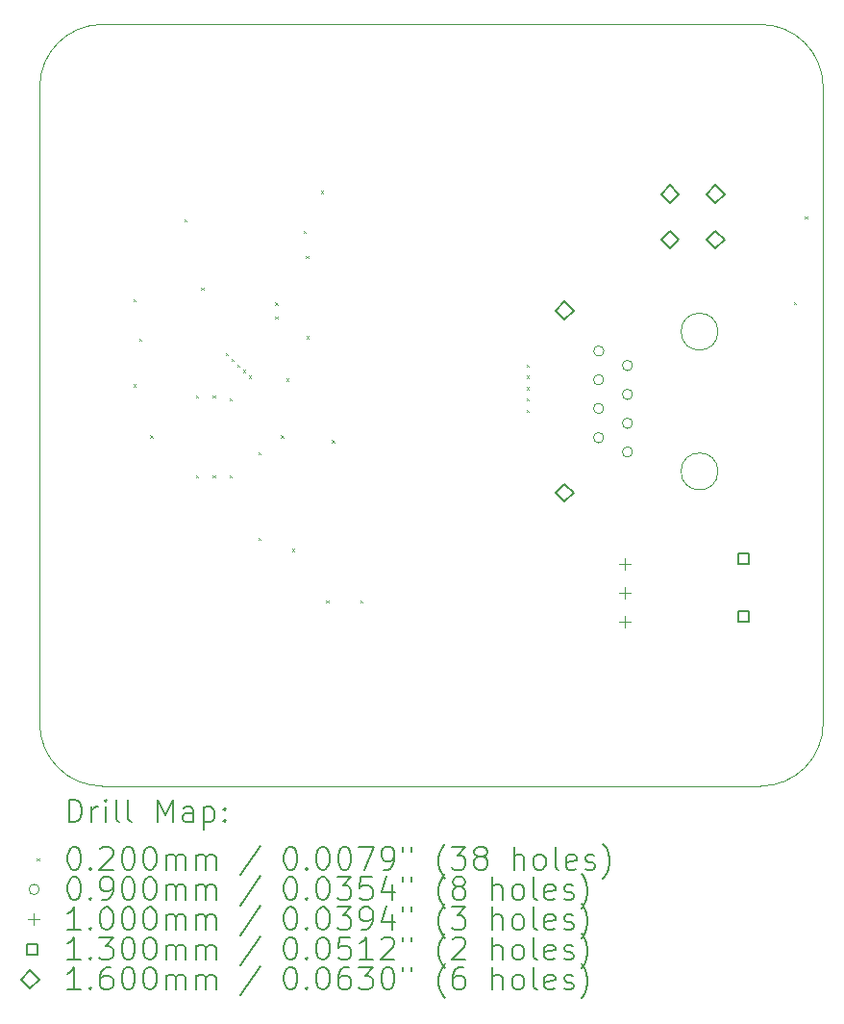
<source format=gbr>
%TF.GenerationSoftware,KiCad,Pcbnew,8.0.2-1*%
%TF.CreationDate,2025-01-15T14:17:41-08:00*%
%TF.ProjectId,rocket2-load-cell,726f636b-6574-4322-9d6c-6f61642d6365,rev?*%
%TF.SameCoordinates,Original*%
%TF.FileFunction,Drillmap*%
%TF.FilePolarity,Positive*%
%FSLAX45Y45*%
G04 Gerber Fmt 4.5, Leading zero omitted, Abs format (unit mm)*
G04 Created by KiCad (PCBNEW 8.0.2-1) date 2025-01-15 14:17:41*
%MOMM*%
%LPD*%
G01*
G04 APERTURE LIST*
%ADD10C,0.100000*%
%ADD11C,0.200000*%
%ADD12C,0.130000*%
%ADD13C,0.160000*%
G04 APERTURE END LIST*
D10*
X18400000Y-8200000D02*
X12600000Y-8200000D01*
X12050000Y-8750000D02*
X12050000Y-14350000D01*
X18950000Y-8750000D02*
X18950000Y-14350000D01*
X18400000Y-8200000D02*
G75*
G02*
X18950000Y-8750000I0J-550000D01*
G01*
X18950000Y-14350000D02*
G75*
G02*
X18400000Y-14900000I-550000J0D01*
G01*
X12600000Y-14900000D02*
X18400000Y-14900000D01*
X12050000Y-8750000D02*
G75*
G02*
X12600000Y-8200000I550000J0D01*
G01*
X12600000Y-14900000D02*
G75*
G02*
X12050000Y-14350000I0J550000D01*
G01*
X18023500Y-10902000D02*
G75*
G02*
X17698500Y-10902000I-162500J0D01*
G01*
X17698500Y-10902000D02*
G75*
G02*
X18023500Y-10902000I162500J0D01*
G01*
X18023500Y-12132000D02*
G75*
G02*
X17698500Y-12132000I-162500J0D01*
G01*
X17698500Y-12132000D02*
G75*
G02*
X18023500Y-12132000I162500J0D01*
G01*
D11*
D10*
X12873750Y-10615000D02*
X12893750Y-10635000D01*
X12893750Y-10615000D02*
X12873750Y-10635000D01*
X12873750Y-11365000D02*
X12893750Y-11385000D01*
X12893750Y-11365000D02*
X12873750Y-11385000D01*
X12923750Y-10965000D02*
X12943750Y-10985000D01*
X12943750Y-10965000D02*
X12923750Y-10985000D01*
X13023750Y-11815000D02*
X13043750Y-11835000D01*
X13043750Y-11815000D02*
X13023750Y-11835000D01*
X13323750Y-9915000D02*
X13343750Y-9935000D01*
X13343750Y-9915000D02*
X13323750Y-9935000D01*
X13423750Y-11465000D02*
X13443750Y-11485000D01*
X13443750Y-11465000D02*
X13423750Y-11485000D01*
X13423750Y-12165000D02*
X13443750Y-12185000D01*
X13443750Y-12165000D02*
X13423750Y-12185000D01*
X13473750Y-10515000D02*
X13493750Y-10535000D01*
X13493750Y-10515000D02*
X13473750Y-10535000D01*
X13573750Y-11465000D02*
X13593750Y-11485000D01*
X13593750Y-11465000D02*
X13573750Y-11485000D01*
X13573750Y-12165000D02*
X13593750Y-12185000D01*
X13593750Y-12165000D02*
X13573750Y-12185000D01*
X13690000Y-11090000D02*
X13710000Y-11110000D01*
X13710000Y-11090000D02*
X13690000Y-11110000D01*
X13723750Y-11490000D02*
X13743750Y-11510000D01*
X13743750Y-11490000D02*
X13723750Y-11510000D01*
X13723750Y-12165000D02*
X13743750Y-12185000D01*
X13743750Y-12165000D02*
X13723750Y-12185000D01*
X13740000Y-11140000D02*
X13760000Y-11160000D01*
X13760000Y-11140000D02*
X13740000Y-11160000D01*
X13790000Y-11190000D02*
X13810000Y-11210000D01*
X13810000Y-11190000D02*
X13790000Y-11210000D01*
X13840000Y-11240000D02*
X13860000Y-11260000D01*
X13860000Y-11240000D02*
X13840000Y-11260000D01*
X13890000Y-11290000D02*
X13910000Y-11310000D01*
X13910000Y-11290000D02*
X13890000Y-11310000D01*
X13973750Y-11965000D02*
X13993750Y-11985000D01*
X13993750Y-11965000D02*
X13973750Y-11985000D01*
X13973750Y-12715000D02*
X13993750Y-12735000D01*
X13993750Y-12715000D02*
X13973750Y-12735000D01*
X14123750Y-10647500D02*
X14143750Y-10667500D01*
X14143750Y-10647500D02*
X14123750Y-10667500D01*
X14123750Y-10767500D02*
X14143750Y-10787500D01*
X14143750Y-10767500D02*
X14123750Y-10787500D01*
X14173750Y-11815000D02*
X14193750Y-11835000D01*
X14193750Y-11815000D02*
X14173750Y-11835000D01*
X14223750Y-11315000D02*
X14243750Y-11335000D01*
X14243750Y-11315000D02*
X14223750Y-11335000D01*
X14273750Y-12815000D02*
X14293750Y-12835000D01*
X14293750Y-12815000D02*
X14273750Y-12835000D01*
X14373750Y-10015000D02*
X14393750Y-10035000D01*
X14393750Y-10015000D02*
X14373750Y-10035000D01*
X14396176Y-10237427D02*
X14416176Y-10257427D01*
X14416176Y-10237427D02*
X14396176Y-10257427D01*
X14401250Y-10942500D02*
X14421250Y-10962500D01*
X14421250Y-10942500D02*
X14401250Y-10962500D01*
X14523750Y-9665000D02*
X14543750Y-9685000D01*
X14543750Y-9665000D02*
X14523750Y-9685000D01*
X14573750Y-13265000D02*
X14593750Y-13285000D01*
X14593750Y-13265000D02*
X14573750Y-13285000D01*
X14623750Y-11856000D02*
X14643750Y-11876000D01*
X14643750Y-11856000D02*
X14623750Y-11876000D01*
X14873750Y-13265000D02*
X14893750Y-13285000D01*
X14893750Y-13265000D02*
X14873750Y-13285000D01*
X16340000Y-11190000D02*
X16360000Y-11210000D01*
X16360000Y-11190000D02*
X16340000Y-11210000D01*
X16340000Y-11290000D02*
X16360000Y-11310000D01*
X16360000Y-11290000D02*
X16340000Y-11310000D01*
X16340000Y-11390000D02*
X16360000Y-11410000D01*
X16360000Y-11390000D02*
X16340000Y-11410000D01*
X16340000Y-11490000D02*
X16360000Y-11510000D01*
X16360000Y-11490000D02*
X16340000Y-11510000D01*
X16340000Y-11590000D02*
X16360000Y-11610000D01*
X16360000Y-11590000D02*
X16340000Y-11610000D01*
X18690000Y-10640000D02*
X18710000Y-10660000D01*
X18710000Y-10640000D02*
X18690000Y-10660000D01*
X18790000Y-9890000D02*
X18810000Y-9910000D01*
X18810000Y-9890000D02*
X18790000Y-9910000D01*
X17017000Y-11326000D02*
G75*
G02*
X16927000Y-11326000I-45000J0D01*
G01*
X16927000Y-11326000D02*
G75*
G02*
X17017000Y-11326000I45000J0D01*
G01*
X17017000Y-11578000D02*
G75*
G02*
X16927000Y-11578000I-45000J0D01*
G01*
X16927000Y-11578000D02*
G75*
G02*
X17017000Y-11578000I45000J0D01*
G01*
X17017000Y-11835000D02*
G75*
G02*
X16927000Y-11835000I-45000J0D01*
G01*
X16927000Y-11835000D02*
G75*
G02*
X17017000Y-11835000I45000J0D01*
G01*
X17019000Y-11073000D02*
G75*
G02*
X16929000Y-11073000I-45000J0D01*
G01*
X16929000Y-11073000D02*
G75*
G02*
X17019000Y-11073000I45000J0D01*
G01*
X17271000Y-11200000D02*
G75*
G02*
X17181000Y-11200000I-45000J0D01*
G01*
X17181000Y-11200000D02*
G75*
G02*
X17271000Y-11200000I45000J0D01*
G01*
X17271000Y-11454000D02*
G75*
G02*
X17181000Y-11454000I-45000J0D01*
G01*
X17181000Y-11454000D02*
G75*
G02*
X17271000Y-11454000I45000J0D01*
G01*
X17271000Y-11708000D02*
G75*
G02*
X17181000Y-11708000I-45000J0D01*
G01*
X17181000Y-11708000D02*
G75*
G02*
X17271000Y-11708000I45000J0D01*
G01*
X17271000Y-11961000D02*
G75*
G02*
X17181000Y-11961000I-45000J0D01*
G01*
X17181000Y-11961000D02*
G75*
G02*
X17271000Y-11961000I45000J0D01*
G01*
X17200000Y-12896000D02*
X17200000Y-12996000D01*
X17150000Y-12946000D02*
X17250000Y-12946000D01*
X17200000Y-13150000D02*
X17200000Y-13250000D01*
X17150000Y-13200000D02*
X17250000Y-13200000D01*
X17200000Y-13404000D02*
X17200000Y-13504000D01*
X17150000Y-13454000D02*
X17250000Y-13454000D01*
D12*
X18295962Y-12945962D02*
X18295962Y-12854038D01*
X18204038Y-12854038D01*
X18204038Y-12945962D01*
X18295962Y-12945962D01*
X18295962Y-13453962D02*
X18295962Y-13362038D01*
X18204038Y-13362038D01*
X18204038Y-13453962D01*
X18295962Y-13453962D01*
D13*
X16671000Y-12400000D02*
X16751000Y-12320000D01*
X16671000Y-12240000D01*
X16591000Y-12320000D01*
X16671000Y-12400000D01*
X16672000Y-10796000D02*
X16752000Y-10716000D01*
X16672000Y-10636000D01*
X16592000Y-10716000D01*
X16672000Y-10796000D01*
X17601000Y-9773000D02*
X17681000Y-9693000D01*
X17601000Y-9613000D01*
X17521000Y-9693000D01*
X17601000Y-9773000D01*
X17601000Y-10173000D02*
X17681000Y-10093000D01*
X17601000Y-10013000D01*
X17521000Y-10093000D01*
X17601000Y-10173000D01*
X18001000Y-9773000D02*
X18081000Y-9693000D01*
X18001000Y-9613000D01*
X17921000Y-9693000D01*
X18001000Y-9773000D01*
X18001000Y-10173000D02*
X18081000Y-10093000D01*
X18001000Y-10013000D01*
X17921000Y-10093000D01*
X18001000Y-10173000D01*
D11*
X12305777Y-15216484D02*
X12305777Y-15016484D01*
X12305777Y-15016484D02*
X12353396Y-15016484D01*
X12353396Y-15016484D02*
X12381967Y-15026008D01*
X12381967Y-15026008D02*
X12401015Y-15045055D01*
X12401015Y-15045055D02*
X12410539Y-15064103D01*
X12410539Y-15064103D02*
X12420062Y-15102198D01*
X12420062Y-15102198D02*
X12420062Y-15130769D01*
X12420062Y-15130769D02*
X12410539Y-15168865D01*
X12410539Y-15168865D02*
X12401015Y-15187912D01*
X12401015Y-15187912D02*
X12381967Y-15206960D01*
X12381967Y-15206960D02*
X12353396Y-15216484D01*
X12353396Y-15216484D02*
X12305777Y-15216484D01*
X12505777Y-15216484D02*
X12505777Y-15083150D01*
X12505777Y-15121246D02*
X12515301Y-15102198D01*
X12515301Y-15102198D02*
X12524824Y-15092674D01*
X12524824Y-15092674D02*
X12543872Y-15083150D01*
X12543872Y-15083150D02*
X12562920Y-15083150D01*
X12629586Y-15216484D02*
X12629586Y-15083150D01*
X12629586Y-15016484D02*
X12620062Y-15026008D01*
X12620062Y-15026008D02*
X12629586Y-15035531D01*
X12629586Y-15035531D02*
X12639110Y-15026008D01*
X12639110Y-15026008D02*
X12629586Y-15016484D01*
X12629586Y-15016484D02*
X12629586Y-15035531D01*
X12753396Y-15216484D02*
X12734348Y-15206960D01*
X12734348Y-15206960D02*
X12724824Y-15187912D01*
X12724824Y-15187912D02*
X12724824Y-15016484D01*
X12858158Y-15216484D02*
X12839110Y-15206960D01*
X12839110Y-15206960D02*
X12829586Y-15187912D01*
X12829586Y-15187912D02*
X12829586Y-15016484D01*
X13086729Y-15216484D02*
X13086729Y-15016484D01*
X13086729Y-15016484D02*
X13153396Y-15159341D01*
X13153396Y-15159341D02*
X13220062Y-15016484D01*
X13220062Y-15016484D02*
X13220062Y-15216484D01*
X13401015Y-15216484D02*
X13401015Y-15111722D01*
X13401015Y-15111722D02*
X13391491Y-15092674D01*
X13391491Y-15092674D02*
X13372443Y-15083150D01*
X13372443Y-15083150D02*
X13334348Y-15083150D01*
X13334348Y-15083150D02*
X13315301Y-15092674D01*
X13401015Y-15206960D02*
X13381967Y-15216484D01*
X13381967Y-15216484D02*
X13334348Y-15216484D01*
X13334348Y-15216484D02*
X13315301Y-15206960D01*
X13315301Y-15206960D02*
X13305777Y-15187912D01*
X13305777Y-15187912D02*
X13305777Y-15168865D01*
X13305777Y-15168865D02*
X13315301Y-15149817D01*
X13315301Y-15149817D02*
X13334348Y-15140293D01*
X13334348Y-15140293D02*
X13381967Y-15140293D01*
X13381967Y-15140293D02*
X13401015Y-15130769D01*
X13496253Y-15083150D02*
X13496253Y-15283150D01*
X13496253Y-15092674D02*
X13515301Y-15083150D01*
X13515301Y-15083150D02*
X13553396Y-15083150D01*
X13553396Y-15083150D02*
X13572443Y-15092674D01*
X13572443Y-15092674D02*
X13581967Y-15102198D01*
X13581967Y-15102198D02*
X13591491Y-15121246D01*
X13591491Y-15121246D02*
X13591491Y-15178388D01*
X13591491Y-15178388D02*
X13581967Y-15197436D01*
X13581967Y-15197436D02*
X13572443Y-15206960D01*
X13572443Y-15206960D02*
X13553396Y-15216484D01*
X13553396Y-15216484D02*
X13515301Y-15216484D01*
X13515301Y-15216484D02*
X13496253Y-15206960D01*
X13677205Y-15197436D02*
X13686729Y-15206960D01*
X13686729Y-15206960D02*
X13677205Y-15216484D01*
X13677205Y-15216484D02*
X13667682Y-15206960D01*
X13667682Y-15206960D02*
X13677205Y-15197436D01*
X13677205Y-15197436D02*
X13677205Y-15216484D01*
X13677205Y-15092674D02*
X13686729Y-15102198D01*
X13686729Y-15102198D02*
X13677205Y-15111722D01*
X13677205Y-15111722D02*
X13667682Y-15102198D01*
X13667682Y-15102198D02*
X13677205Y-15092674D01*
X13677205Y-15092674D02*
X13677205Y-15111722D01*
D10*
X12025000Y-15535000D02*
X12045000Y-15555000D01*
X12045000Y-15535000D02*
X12025000Y-15555000D01*
D11*
X12343872Y-15436484D02*
X12362920Y-15436484D01*
X12362920Y-15436484D02*
X12381967Y-15446008D01*
X12381967Y-15446008D02*
X12391491Y-15455531D01*
X12391491Y-15455531D02*
X12401015Y-15474579D01*
X12401015Y-15474579D02*
X12410539Y-15512674D01*
X12410539Y-15512674D02*
X12410539Y-15560293D01*
X12410539Y-15560293D02*
X12401015Y-15598388D01*
X12401015Y-15598388D02*
X12391491Y-15617436D01*
X12391491Y-15617436D02*
X12381967Y-15626960D01*
X12381967Y-15626960D02*
X12362920Y-15636484D01*
X12362920Y-15636484D02*
X12343872Y-15636484D01*
X12343872Y-15636484D02*
X12324824Y-15626960D01*
X12324824Y-15626960D02*
X12315301Y-15617436D01*
X12315301Y-15617436D02*
X12305777Y-15598388D01*
X12305777Y-15598388D02*
X12296253Y-15560293D01*
X12296253Y-15560293D02*
X12296253Y-15512674D01*
X12296253Y-15512674D02*
X12305777Y-15474579D01*
X12305777Y-15474579D02*
X12315301Y-15455531D01*
X12315301Y-15455531D02*
X12324824Y-15446008D01*
X12324824Y-15446008D02*
X12343872Y-15436484D01*
X12496253Y-15617436D02*
X12505777Y-15626960D01*
X12505777Y-15626960D02*
X12496253Y-15636484D01*
X12496253Y-15636484D02*
X12486729Y-15626960D01*
X12486729Y-15626960D02*
X12496253Y-15617436D01*
X12496253Y-15617436D02*
X12496253Y-15636484D01*
X12581967Y-15455531D02*
X12591491Y-15446008D01*
X12591491Y-15446008D02*
X12610539Y-15436484D01*
X12610539Y-15436484D02*
X12658158Y-15436484D01*
X12658158Y-15436484D02*
X12677205Y-15446008D01*
X12677205Y-15446008D02*
X12686729Y-15455531D01*
X12686729Y-15455531D02*
X12696253Y-15474579D01*
X12696253Y-15474579D02*
X12696253Y-15493627D01*
X12696253Y-15493627D02*
X12686729Y-15522198D01*
X12686729Y-15522198D02*
X12572443Y-15636484D01*
X12572443Y-15636484D02*
X12696253Y-15636484D01*
X12820062Y-15436484D02*
X12839110Y-15436484D01*
X12839110Y-15436484D02*
X12858158Y-15446008D01*
X12858158Y-15446008D02*
X12867682Y-15455531D01*
X12867682Y-15455531D02*
X12877205Y-15474579D01*
X12877205Y-15474579D02*
X12886729Y-15512674D01*
X12886729Y-15512674D02*
X12886729Y-15560293D01*
X12886729Y-15560293D02*
X12877205Y-15598388D01*
X12877205Y-15598388D02*
X12867682Y-15617436D01*
X12867682Y-15617436D02*
X12858158Y-15626960D01*
X12858158Y-15626960D02*
X12839110Y-15636484D01*
X12839110Y-15636484D02*
X12820062Y-15636484D01*
X12820062Y-15636484D02*
X12801015Y-15626960D01*
X12801015Y-15626960D02*
X12791491Y-15617436D01*
X12791491Y-15617436D02*
X12781967Y-15598388D01*
X12781967Y-15598388D02*
X12772443Y-15560293D01*
X12772443Y-15560293D02*
X12772443Y-15512674D01*
X12772443Y-15512674D02*
X12781967Y-15474579D01*
X12781967Y-15474579D02*
X12791491Y-15455531D01*
X12791491Y-15455531D02*
X12801015Y-15446008D01*
X12801015Y-15446008D02*
X12820062Y-15436484D01*
X13010539Y-15436484D02*
X13029586Y-15436484D01*
X13029586Y-15436484D02*
X13048634Y-15446008D01*
X13048634Y-15446008D02*
X13058158Y-15455531D01*
X13058158Y-15455531D02*
X13067682Y-15474579D01*
X13067682Y-15474579D02*
X13077205Y-15512674D01*
X13077205Y-15512674D02*
X13077205Y-15560293D01*
X13077205Y-15560293D02*
X13067682Y-15598388D01*
X13067682Y-15598388D02*
X13058158Y-15617436D01*
X13058158Y-15617436D02*
X13048634Y-15626960D01*
X13048634Y-15626960D02*
X13029586Y-15636484D01*
X13029586Y-15636484D02*
X13010539Y-15636484D01*
X13010539Y-15636484D02*
X12991491Y-15626960D01*
X12991491Y-15626960D02*
X12981967Y-15617436D01*
X12981967Y-15617436D02*
X12972443Y-15598388D01*
X12972443Y-15598388D02*
X12962920Y-15560293D01*
X12962920Y-15560293D02*
X12962920Y-15512674D01*
X12962920Y-15512674D02*
X12972443Y-15474579D01*
X12972443Y-15474579D02*
X12981967Y-15455531D01*
X12981967Y-15455531D02*
X12991491Y-15446008D01*
X12991491Y-15446008D02*
X13010539Y-15436484D01*
X13162920Y-15636484D02*
X13162920Y-15503150D01*
X13162920Y-15522198D02*
X13172443Y-15512674D01*
X13172443Y-15512674D02*
X13191491Y-15503150D01*
X13191491Y-15503150D02*
X13220063Y-15503150D01*
X13220063Y-15503150D02*
X13239110Y-15512674D01*
X13239110Y-15512674D02*
X13248634Y-15531722D01*
X13248634Y-15531722D02*
X13248634Y-15636484D01*
X13248634Y-15531722D02*
X13258158Y-15512674D01*
X13258158Y-15512674D02*
X13277205Y-15503150D01*
X13277205Y-15503150D02*
X13305777Y-15503150D01*
X13305777Y-15503150D02*
X13324824Y-15512674D01*
X13324824Y-15512674D02*
X13334348Y-15531722D01*
X13334348Y-15531722D02*
X13334348Y-15636484D01*
X13429586Y-15636484D02*
X13429586Y-15503150D01*
X13429586Y-15522198D02*
X13439110Y-15512674D01*
X13439110Y-15512674D02*
X13458158Y-15503150D01*
X13458158Y-15503150D02*
X13486729Y-15503150D01*
X13486729Y-15503150D02*
X13505777Y-15512674D01*
X13505777Y-15512674D02*
X13515301Y-15531722D01*
X13515301Y-15531722D02*
X13515301Y-15636484D01*
X13515301Y-15531722D02*
X13524824Y-15512674D01*
X13524824Y-15512674D02*
X13543872Y-15503150D01*
X13543872Y-15503150D02*
X13572443Y-15503150D01*
X13572443Y-15503150D02*
X13591491Y-15512674D01*
X13591491Y-15512674D02*
X13601015Y-15531722D01*
X13601015Y-15531722D02*
X13601015Y-15636484D01*
X13991491Y-15426960D02*
X13820063Y-15684103D01*
X14248634Y-15436484D02*
X14267682Y-15436484D01*
X14267682Y-15436484D02*
X14286729Y-15446008D01*
X14286729Y-15446008D02*
X14296253Y-15455531D01*
X14296253Y-15455531D02*
X14305777Y-15474579D01*
X14305777Y-15474579D02*
X14315301Y-15512674D01*
X14315301Y-15512674D02*
X14315301Y-15560293D01*
X14315301Y-15560293D02*
X14305777Y-15598388D01*
X14305777Y-15598388D02*
X14296253Y-15617436D01*
X14296253Y-15617436D02*
X14286729Y-15626960D01*
X14286729Y-15626960D02*
X14267682Y-15636484D01*
X14267682Y-15636484D02*
X14248634Y-15636484D01*
X14248634Y-15636484D02*
X14229586Y-15626960D01*
X14229586Y-15626960D02*
X14220063Y-15617436D01*
X14220063Y-15617436D02*
X14210539Y-15598388D01*
X14210539Y-15598388D02*
X14201015Y-15560293D01*
X14201015Y-15560293D02*
X14201015Y-15512674D01*
X14201015Y-15512674D02*
X14210539Y-15474579D01*
X14210539Y-15474579D02*
X14220063Y-15455531D01*
X14220063Y-15455531D02*
X14229586Y-15446008D01*
X14229586Y-15446008D02*
X14248634Y-15436484D01*
X14401015Y-15617436D02*
X14410539Y-15626960D01*
X14410539Y-15626960D02*
X14401015Y-15636484D01*
X14401015Y-15636484D02*
X14391491Y-15626960D01*
X14391491Y-15626960D02*
X14401015Y-15617436D01*
X14401015Y-15617436D02*
X14401015Y-15636484D01*
X14534348Y-15436484D02*
X14553396Y-15436484D01*
X14553396Y-15436484D02*
X14572444Y-15446008D01*
X14572444Y-15446008D02*
X14581967Y-15455531D01*
X14581967Y-15455531D02*
X14591491Y-15474579D01*
X14591491Y-15474579D02*
X14601015Y-15512674D01*
X14601015Y-15512674D02*
X14601015Y-15560293D01*
X14601015Y-15560293D02*
X14591491Y-15598388D01*
X14591491Y-15598388D02*
X14581967Y-15617436D01*
X14581967Y-15617436D02*
X14572444Y-15626960D01*
X14572444Y-15626960D02*
X14553396Y-15636484D01*
X14553396Y-15636484D02*
X14534348Y-15636484D01*
X14534348Y-15636484D02*
X14515301Y-15626960D01*
X14515301Y-15626960D02*
X14505777Y-15617436D01*
X14505777Y-15617436D02*
X14496253Y-15598388D01*
X14496253Y-15598388D02*
X14486729Y-15560293D01*
X14486729Y-15560293D02*
X14486729Y-15512674D01*
X14486729Y-15512674D02*
X14496253Y-15474579D01*
X14496253Y-15474579D02*
X14505777Y-15455531D01*
X14505777Y-15455531D02*
X14515301Y-15446008D01*
X14515301Y-15446008D02*
X14534348Y-15436484D01*
X14724825Y-15436484D02*
X14743872Y-15436484D01*
X14743872Y-15436484D02*
X14762920Y-15446008D01*
X14762920Y-15446008D02*
X14772444Y-15455531D01*
X14772444Y-15455531D02*
X14781967Y-15474579D01*
X14781967Y-15474579D02*
X14791491Y-15512674D01*
X14791491Y-15512674D02*
X14791491Y-15560293D01*
X14791491Y-15560293D02*
X14781967Y-15598388D01*
X14781967Y-15598388D02*
X14772444Y-15617436D01*
X14772444Y-15617436D02*
X14762920Y-15626960D01*
X14762920Y-15626960D02*
X14743872Y-15636484D01*
X14743872Y-15636484D02*
X14724825Y-15636484D01*
X14724825Y-15636484D02*
X14705777Y-15626960D01*
X14705777Y-15626960D02*
X14696253Y-15617436D01*
X14696253Y-15617436D02*
X14686729Y-15598388D01*
X14686729Y-15598388D02*
X14677206Y-15560293D01*
X14677206Y-15560293D02*
X14677206Y-15512674D01*
X14677206Y-15512674D02*
X14686729Y-15474579D01*
X14686729Y-15474579D02*
X14696253Y-15455531D01*
X14696253Y-15455531D02*
X14705777Y-15446008D01*
X14705777Y-15446008D02*
X14724825Y-15436484D01*
X14858158Y-15436484D02*
X14991491Y-15436484D01*
X14991491Y-15436484D02*
X14905777Y-15636484D01*
X15077206Y-15636484D02*
X15115301Y-15636484D01*
X15115301Y-15636484D02*
X15134348Y-15626960D01*
X15134348Y-15626960D02*
X15143872Y-15617436D01*
X15143872Y-15617436D02*
X15162920Y-15588865D01*
X15162920Y-15588865D02*
X15172444Y-15550769D01*
X15172444Y-15550769D02*
X15172444Y-15474579D01*
X15172444Y-15474579D02*
X15162920Y-15455531D01*
X15162920Y-15455531D02*
X15153396Y-15446008D01*
X15153396Y-15446008D02*
X15134348Y-15436484D01*
X15134348Y-15436484D02*
X15096253Y-15436484D01*
X15096253Y-15436484D02*
X15077206Y-15446008D01*
X15077206Y-15446008D02*
X15067682Y-15455531D01*
X15067682Y-15455531D02*
X15058158Y-15474579D01*
X15058158Y-15474579D02*
X15058158Y-15522198D01*
X15058158Y-15522198D02*
X15067682Y-15541246D01*
X15067682Y-15541246D02*
X15077206Y-15550769D01*
X15077206Y-15550769D02*
X15096253Y-15560293D01*
X15096253Y-15560293D02*
X15134348Y-15560293D01*
X15134348Y-15560293D02*
X15153396Y-15550769D01*
X15153396Y-15550769D02*
X15162920Y-15541246D01*
X15162920Y-15541246D02*
X15172444Y-15522198D01*
X15248634Y-15436484D02*
X15248634Y-15474579D01*
X15324825Y-15436484D02*
X15324825Y-15474579D01*
X15620063Y-15712674D02*
X15610539Y-15703150D01*
X15610539Y-15703150D02*
X15591491Y-15674579D01*
X15591491Y-15674579D02*
X15581968Y-15655531D01*
X15581968Y-15655531D02*
X15572444Y-15626960D01*
X15572444Y-15626960D02*
X15562920Y-15579341D01*
X15562920Y-15579341D02*
X15562920Y-15541246D01*
X15562920Y-15541246D02*
X15572444Y-15493627D01*
X15572444Y-15493627D02*
X15581968Y-15465055D01*
X15581968Y-15465055D02*
X15591491Y-15446008D01*
X15591491Y-15446008D02*
X15610539Y-15417436D01*
X15610539Y-15417436D02*
X15620063Y-15407912D01*
X15677206Y-15436484D02*
X15801015Y-15436484D01*
X15801015Y-15436484D02*
X15734348Y-15512674D01*
X15734348Y-15512674D02*
X15762920Y-15512674D01*
X15762920Y-15512674D02*
X15781968Y-15522198D01*
X15781968Y-15522198D02*
X15791491Y-15531722D01*
X15791491Y-15531722D02*
X15801015Y-15550769D01*
X15801015Y-15550769D02*
X15801015Y-15598388D01*
X15801015Y-15598388D02*
X15791491Y-15617436D01*
X15791491Y-15617436D02*
X15781968Y-15626960D01*
X15781968Y-15626960D02*
X15762920Y-15636484D01*
X15762920Y-15636484D02*
X15705777Y-15636484D01*
X15705777Y-15636484D02*
X15686729Y-15626960D01*
X15686729Y-15626960D02*
X15677206Y-15617436D01*
X15915301Y-15522198D02*
X15896253Y-15512674D01*
X15896253Y-15512674D02*
X15886729Y-15503150D01*
X15886729Y-15503150D02*
X15877206Y-15484103D01*
X15877206Y-15484103D02*
X15877206Y-15474579D01*
X15877206Y-15474579D02*
X15886729Y-15455531D01*
X15886729Y-15455531D02*
X15896253Y-15446008D01*
X15896253Y-15446008D02*
X15915301Y-15436484D01*
X15915301Y-15436484D02*
X15953396Y-15436484D01*
X15953396Y-15436484D02*
X15972444Y-15446008D01*
X15972444Y-15446008D02*
X15981968Y-15455531D01*
X15981968Y-15455531D02*
X15991491Y-15474579D01*
X15991491Y-15474579D02*
X15991491Y-15484103D01*
X15991491Y-15484103D02*
X15981968Y-15503150D01*
X15981968Y-15503150D02*
X15972444Y-15512674D01*
X15972444Y-15512674D02*
X15953396Y-15522198D01*
X15953396Y-15522198D02*
X15915301Y-15522198D01*
X15915301Y-15522198D02*
X15896253Y-15531722D01*
X15896253Y-15531722D02*
X15886729Y-15541246D01*
X15886729Y-15541246D02*
X15877206Y-15560293D01*
X15877206Y-15560293D02*
X15877206Y-15598388D01*
X15877206Y-15598388D02*
X15886729Y-15617436D01*
X15886729Y-15617436D02*
X15896253Y-15626960D01*
X15896253Y-15626960D02*
X15915301Y-15636484D01*
X15915301Y-15636484D02*
X15953396Y-15636484D01*
X15953396Y-15636484D02*
X15972444Y-15626960D01*
X15972444Y-15626960D02*
X15981968Y-15617436D01*
X15981968Y-15617436D02*
X15991491Y-15598388D01*
X15991491Y-15598388D02*
X15991491Y-15560293D01*
X15991491Y-15560293D02*
X15981968Y-15541246D01*
X15981968Y-15541246D02*
X15972444Y-15531722D01*
X15972444Y-15531722D02*
X15953396Y-15522198D01*
X16229587Y-15636484D02*
X16229587Y-15436484D01*
X16315301Y-15636484D02*
X16315301Y-15531722D01*
X16315301Y-15531722D02*
X16305777Y-15512674D01*
X16305777Y-15512674D02*
X16286730Y-15503150D01*
X16286730Y-15503150D02*
X16258158Y-15503150D01*
X16258158Y-15503150D02*
X16239110Y-15512674D01*
X16239110Y-15512674D02*
X16229587Y-15522198D01*
X16439110Y-15636484D02*
X16420063Y-15626960D01*
X16420063Y-15626960D02*
X16410539Y-15617436D01*
X16410539Y-15617436D02*
X16401015Y-15598388D01*
X16401015Y-15598388D02*
X16401015Y-15541246D01*
X16401015Y-15541246D02*
X16410539Y-15522198D01*
X16410539Y-15522198D02*
X16420063Y-15512674D01*
X16420063Y-15512674D02*
X16439110Y-15503150D01*
X16439110Y-15503150D02*
X16467682Y-15503150D01*
X16467682Y-15503150D02*
X16486730Y-15512674D01*
X16486730Y-15512674D02*
X16496253Y-15522198D01*
X16496253Y-15522198D02*
X16505777Y-15541246D01*
X16505777Y-15541246D02*
X16505777Y-15598388D01*
X16505777Y-15598388D02*
X16496253Y-15617436D01*
X16496253Y-15617436D02*
X16486730Y-15626960D01*
X16486730Y-15626960D02*
X16467682Y-15636484D01*
X16467682Y-15636484D02*
X16439110Y-15636484D01*
X16620063Y-15636484D02*
X16601015Y-15626960D01*
X16601015Y-15626960D02*
X16591491Y-15607912D01*
X16591491Y-15607912D02*
X16591491Y-15436484D01*
X16772444Y-15626960D02*
X16753396Y-15636484D01*
X16753396Y-15636484D02*
X16715301Y-15636484D01*
X16715301Y-15636484D02*
X16696253Y-15626960D01*
X16696253Y-15626960D02*
X16686730Y-15607912D01*
X16686730Y-15607912D02*
X16686730Y-15531722D01*
X16686730Y-15531722D02*
X16696253Y-15512674D01*
X16696253Y-15512674D02*
X16715301Y-15503150D01*
X16715301Y-15503150D02*
X16753396Y-15503150D01*
X16753396Y-15503150D02*
X16772444Y-15512674D01*
X16772444Y-15512674D02*
X16781968Y-15531722D01*
X16781968Y-15531722D02*
X16781968Y-15550769D01*
X16781968Y-15550769D02*
X16686730Y-15569817D01*
X16858158Y-15626960D02*
X16877206Y-15636484D01*
X16877206Y-15636484D02*
X16915301Y-15636484D01*
X16915301Y-15636484D02*
X16934349Y-15626960D01*
X16934349Y-15626960D02*
X16943873Y-15607912D01*
X16943873Y-15607912D02*
X16943873Y-15598388D01*
X16943873Y-15598388D02*
X16934349Y-15579341D01*
X16934349Y-15579341D02*
X16915301Y-15569817D01*
X16915301Y-15569817D02*
X16886730Y-15569817D01*
X16886730Y-15569817D02*
X16867682Y-15560293D01*
X16867682Y-15560293D02*
X16858158Y-15541246D01*
X16858158Y-15541246D02*
X16858158Y-15531722D01*
X16858158Y-15531722D02*
X16867682Y-15512674D01*
X16867682Y-15512674D02*
X16886730Y-15503150D01*
X16886730Y-15503150D02*
X16915301Y-15503150D01*
X16915301Y-15503150D02*
X16934349Y-15512674D01*
X17010539Y-15712674D02*
X17020063Y-15703150D01*
X17020063Y-15703150D02*
X17039111Y-15674579D01*
X17039111Y-15674579D02*
X17048634Y-15655531D01*
X17048634Y-15655531D02*
X17058158Y-15626960D01*
X17058158Y-15626960D02*
X17067682Y-15579341D01*
X17067682Y-15579341D02*
X17067682Y-15541246D01*
X17067682Y-15541246D02*
X17058158Y-15493627D01*
X17058158Y-15493627D02*
X17048634Y-15465055D01*
X17048634Y-15465055D02*
X17039111Y-15446008D01*
X17039111Y-15446008D02*
X17020063Y-15417436D01*
X17020063Y-15417436D02*
X17010539Y-15407912D01*
D10*
X12045000Y-15809000D02*
G75*
G02*
X11955000Y-15809000I-45000J0D01*
G01*
X11955000Y-15809000D02*
G75*
G02*
X12045000Y-15809000I45000J0D01*
G01*
D11*
X12343872Y-15700484D02*
X12362920Y-15700484D01*
X12362920Y-15700484D02*
X12381967Y-15710008D01*
X12381967Y-15710008D02*
X12391491Y-15719531D01*
X12391491Y-15719531D02*
X12401015Y-15738579D01*
X12401015Y-15738579D02*
X12410539Y-15776674D01*
X12410539Y-15776674D02*
X12410539Y-15824293D01*
X12410539Y-15824293D02*
X12401015Y-15862388D01*
X12401015Y-15862388D02*
X12391491Y-15881436D01*
X12391491Y-15881436D02*
X12381967Y-15890960D01*
X12381967Y-15890960D02*
X12362920Y-15900484D01*
X12362920Y-15900484D02*
X12343872Y-15900484D01*
X12343872Y-15900484D02*
X12324824Y-15890960D01*
X12324824Y-15890960D02*
X12315301Y-15881436D01*
X12315301Y-15881436D02*
X12305777Y-15862388D01*
X12305777Y-15862388D02*
X12296253Y-15824293D01*
X12296253Y-15824293D02*
X12296253Y-15776674D01*
X12296253Y-15776674D02*
X12305777Y-15738579D01*
X12305777Y-15738579D02*
X12315301Y-15719531D01*
X12315301Y-15719531D02*
X12324824Y-15710008D01*
X12324824Y-15710008D02*
X12343872Y-15700484D01*
X12496253Y-15881436D02*
X12505777Y-15890960D01*
X12505777Y-15890960D02*
X12496253Y-15900484D01*
X12496253Y-15900484D02*
X12486729Y-15890960D01*
X12486729Y-15890960D02*
X12496253Y-15881436D01*
X12496253Y-15881436D02*
X12496253Y-15900484D01*
X12601015Y-15900484D02*
X12639110Y-15900484D01*
X12639110Y-15900484D02*
X12658158Y-15890960D01*
X12658158Y-15890960D02*
X12667682Y-15881436D01*
X12667682Y-15881436D02*
X12686729Y-15852865D01*
X12686729Y-15852865D02*
X12696253Y-15814769D01*
X12696253Y-15814769D02*
X12696253Y-15738579D01*
X12696253Y-15738579D02*
X12686729Y-15719531D01*
X12686729Y-15719531D02*
X12677205Y-15710008D01*
X12677205Y-15710008D02*
X12658158Y-15700484D01*
X12658158Y-15700484D02*
X12620062Y-15700484D01*
X12620062Y-15700484D02*
X12601015Y-15710008D01*
X12601015Y-15710008D02*
X12591491Y-15719531D01*
X12591491Y-15719531D02*
X12581967Y-15738579D01*
X12581967Y-15738579D02*
X12581967Y-15786198D01*
X12581967Y-15786198D02*
X12591491Y-15805246D01*
X12591491Y-15805246D02*
X12601015Y-15814769D01*
X12601015Y-15814769D02*
X12620062Y-15824293D01*
X12620062Y-15824293D02*
X12658158Y-15824293D01*
X12658158Y-15824293D02*
X12677205Y-15814769D01*
X12677205Y-15814769D02*
X12686729Y-15805246D01*
X12686729Y-15805246D02*
X12696253Y-15786198D01*
X12820062Y-15700484D02*
X12839110Y-15700484D01*
X12839110Y-15700484D02*
X12858158Y-15710008D01*
X12858158Y-15710008D02*
X12867682Y-15719531D01*
X12867682Y-15719531D02*
X12877205Y-15738579D01*
X12877205Y-15738579D02*
X12886729Y-15776674D01*
X12886729Y-15776674D02*
X12886729Y-15824293D01*
X12886729Y-15824293D02*
X12877205Y-15862388D01*
X12877205Y-15862388D02*
X12867682Y-15881436D01*
X12867682Y-15881436D02*
X12858158Y-15890960D01*
X12858158Y-15890960D02*
X12839110Y-15900484D01*
X12839110Y-15900484D02*
X12820062Y-15900484D01*
X12820062Y-15900484D02*
X12801015Y-15890960D01*
X12801015Y-15890960D02*
X12791491Y-15881436D01*
X12791491Y-15881436D02*
X12781967Y-15862388D01*
X12781967Y-15862388D02*
X12772443Y-15824293D01*
X12772443Y-15824293D02*
X12772443Y-15776674D01*
X12772443Y-15776674D02*
X12781967Y-15738579D01*
X12781967Y-15738579D02*
X12791491Y-15719531D01*
X12791491Y-15719531D02*
X12801015Y-15710008D01*
X12801015Y-15710008D02*
X12820062Y-15700484D01*
X13010539Y-15700484D02*
X13029586Y-15700484D01*
X13029586Y-15700484D02*
X13048634Y-15710008D01*
X13048634Y-15710008D02*
X13058158Y-15719531D01*
X13058158Y-15719531D02*
X13067682Y-15738579D01*
X13067682Y-15738579D02*
X13077205Y-15776674D01*
X13077205Y-15776674D02*
X13077205Y-15824293D01*
X13077205Y-15824293D02*
X13067682Y-15862388D01*
X13067682Y-15862388D02*
X13058158Y-15881436D01*
X13058158Y-15881436D02*
X13048634Y-15890960D01*
X13048634Y-15890960D02*
X13029586Y-15900484D01*
X13029586Y-15900484D02*
X13010539Y-15900484D01*
X13010539Y-15900484D02*
X12991491Y-15890960D01*
X12991491Y-15890960D02*
X12981967Y-15881436D01*
X12981967Y-15881436D02*
X12972443Y-15862388D01*
X12972443Y-15862388D02*
X12962920Y-15824293D01*
X12962920Y-15824293D02*
X12962920Y-15776674D01*
X12962920Y-15776674D02*
X12972443Y-15738579D01*
X12972443Y-15738579D02*
X12981967Y-15719531D01*
X12981967Y-15719531D02*
X12991491Y-15710008D01*
X12991491Y-15710008D02*
X13010539Y-15700484D01*
X13162920Y-15900484D02*
X13162920Y-15767150D01*
X13162920Y-15786198D02*
X13172443Y-15776674D01*
X13172443Y-15776674D02*
X13191491Y-15767150D01*
X13191491Y-15767150D02*
X13220063Y-15767150D01*
X13220063Y-15767150D02*
X13239110Y-15776674D01*
X13239110Y-15776674D02*
X13248634Y-15795722D01*
X13248634Y-15795722D02*
X13248634Y-15900484D01*
X13248634Y-15795722D02*
X13258158Y-15776674D01*
X13258158Y-15776674D02*
X13277205Y-15767150D01*
X13277205Y-15767150D02*
X13305777Y-15767150D01*
X13305777Y-15767150D02*
X13324824Y-15776674D01*
X13324824Y-15776674D02*
X13334348Y-15795722D01*
X13334348Y-15795722D02*
X13334348Y-15900484D01*
X13429586Y-15900484D02*
X13429586Y-15767150D01*
X13429586Y-15786198D02*
X13439110Y-15776674D01*
X13439110Y-15776674D02*
X13458158Y-15767150D01*
X13458158Y-15767150D02*
X13486729Y-15767150D01*
X13486729Y-15767150D02*
X13505777Y-15776674D01*
X13505777Y-15776674D02*
X13515301Y-15795722D01*
X13515301Y-15795722D02*
X13515301Y-15900484D01*
X13515301Y-15795722D02*
X13524824Y-15776674D01*
X13524824Y-15776674D02*
X13543872Y-15767150D01*
X13543872Y-15767150D02*
X13572443Y-15767150D01*
X13572443Y-15767150D02*
X13591491Y-15776674D01*
X13591491Y-15776674D02*
X13601015Y-15795722D01*
X13601015Y-15795722D02*
X13601015Y-15900484D01*
X13991491Y-15690960D02*
X13820063Y-15948103D01*
X14248634Y-15700484D02*
X14267682Y-15700484D01*
X14267682Y-15700484D02*
X14286729Y-15710008D01*
X14286729Y-15710008D02*
X14296253Y-15719531D01*
X14296253Y-15719531D02*
X14305777Y-15738579D01*
X14305777Y-15738579D02*
X14315301Y-15776674D01*
X14315301Y-15776674D02*
X14315301Y-15824293D01*
X14315301Y-15824293D02*
X14305777Y-15862388D01*
X14305777Y-15862388D02*
X14296253Y-15881436D01*
X14296253Y-15881436D02*
X14286729Y-15890960D01*
X14286729Y-15890960D02*
X14267682Y-15900484D01*
X14267682Y-15900484D02*
X14248634Y-15900484D01*
X14248634Y-15900484D02*
X14229586Y-15890960D01*
X14229586Y-15890960D02*
X14220063Y-15881436D01*
X14220063Y-15881436D02*
X14210539Y-15862388D01*
X14210539Y-15862388D02*
X14201015Y-15824293D01*
X14201015Y-15824293D02*
X14201015Y-15776674D01*
X14201015Y-15776674D02*
X14210539Y-15738579D01*
X14210539Y-15738579D02*
X14220063Y-15719531D01*
X14220063Y-15719531D02*
X14229586Y-15710008D01*
X14229586Y-15710008D02*
X14248634Y-15700484D01*
X14401015Y-15881436D02*
X14410539Y-15890960D01*
X14410539Y-15890960D02*
X14401015Y-15900484D01*
X14401015Y-15900484D02*
X14391491Y-15890960D01*
X14391491Y-15890960D02*
X14401015Y-15881436D01*
X14401015Y-15881436D02*
X14401015Y-15900484D01*
X14534348Y-15700484D02*
X14553396Y-15700484D01*
X14553396Y-15700484D02*
X14572444Y-15710008D01*
X14572444Y-15710008D02*
X14581967Y-15719531D01*
X14581967Y-15719531D02*
X14591491Y-15738579D01*
X14591491Y-15738579D02*
X14601015Y-15776674D01*
X14601015Y-15776674D02*
X14601015Y-15824293D01*
X14601015Y-15824293D02*
X14591491Y-15862388D01*
X14591491Y-15862388D02*
X14581967Y-15881436D01*
X14581967Y-15881436D02*
X14572444Y-15890960D01*
X14572444Y-15890960D02*
X14553396Y-15900484D01*
X14553396Y-15900484D02*
X14534348Y-15900484D01*
X14534348Y-15900484D02*
X14515301Y-15890960D01*
X14515301Y-15890960D02*
X14505777Y-15881436D01*
X14505777Y-15881436D02*
X14496253Y-15862388D01*
X14496253Y-15862388D02*
X14486729Y-15824293D01*
X14486729Y-15824293D02*
X14486729Y-15776674D01*
X14486729Y-15776674D02*
X14496253Y-15738579D01*
X14496253Y-15738579D02*
X14505777Y-15719531D01*
X14505777Y-15719531D02*
X14515301Y-15710008D01*
X14515301Y-15710008D02*
X14534348Y-15700484D01*
X14667682Y-15700484D02*
X14791491Y-15700484D01*
X14791491Y-15700484D02*
X14724825Y-15776674D01*
X14724825Y-15776674D02*
X14753396Y-15776674D01*
X14753396Y-15776674D02*
X14772444Y-15786198D01*
X14772444Y-15786198D02*
X14781967Y-15795722D01*
X14781967Y-15795722D02*
X14791491Y-15814769D01*
X14791491Y-15814769D02*
X14791491Y-15862388D01*
X14791491Y-15862388D02*
X14781967Y-15881436D01*
X14781967Y-15881436D02*
X14772444Y-15890960D01*
X14772444Y-15890960D02*
X14753396Y-15900484D01*
X14753396Y-15900484D02*
X14696253Y-15900484D01*
X14696253Y-15900484D02*
X14677206Y-15890960D01*
X14677206Y-15890960D02*
X14667682Y-15881436D01*
X14972444Y-15700484D02*
X14877206Y-15700484D01*
X14877206Y-15700484D02*
X14867682Y-15795722D01*
X14867682Y-15795722D02*
X14877206Y-15786198D01*
X14877206Y-15786198D02*
X14896253Y-15776674D01*
X14896253Y-15776674D02*
X14943872Y-15776674D01*
X14943872Y-15776674D02*
X14962920Y-15786198D01*
X14962920Y-15786198D02*
X14972444Y-15795722D01*
X14972444Y-15795722D02*
X14981967Y-15814769D01*
X14981967Y-15814769D02*
X14981967Y-15862388D01*
X14981967Y-15862388D02*
X14972444Y-15881436D01*
X14972444Y-15881436D02*
X14962920Y-15890960D01*
X14962920Y-15890960D02*
X14943872Y-15900484D01*
X14943872Y-15900484D02*
X14896253Y-15900484D01*
X14896253Y-15900484D02*
X14877206Y-15890960D01*
X14877206Y-15890960D02*
X14867682Y-15881436D01*
X15153396Y-15767150D02*
X15153396Y-15900484D01*
X15105777Y-15690960D02*
X15058158Y-15833817D01*
X15058158Y-15833817D02*
X15181967Y-15833817D01*
X15248634Y-15700484D02*
X15248634Y-15738579D01*
X15324825Y-15700484D02*
X15324825Y-15738579D01*
X15620063Y-15976674D02*
X15610539Y-15967150D01*
X15610539Y-15967150D02*
X15591491Y-15938579D01*
X15591491Y-15938579D02*
X15581968Y-15919531D01*
X15581968Y-15919531D02*
X15572444Y-15890960D01*
X15572444Y-15890960D02*
X15562920Y-15843341D01*
X15562920Y-15843341D02*
X15562920Y-15805246D01*
X15562920Y-15805246D02*
X15572444Y-15757627D01*
X15572444Y-15757627D02*
X15581968Y-15729055D01*
X15581968Y-15729055D02*
X15591491Y-15710008D01*
X15591491Y-15710008D02*
X15610539Y-15681436D01*
X15610539Y-15681436D02*
X15620063Y-15671912D01*
X15724825Y-15786198D02*
X15705777Y-15776674D01*
X15705777Y-15776674D02*
X15696253Y-15767150D01*
X15696253Y-15767150D02*
X15686729Y-15748103D01*
X15686729Y-15748103D02*
X15686729Y-15738579D01*
X15686729Y-15738579D02*
X15696253Y-15719531D01*
X15696253Y-15719531D02*
X15705777Y-15710008D01*
X15705777Y-15710008D02*
X15724825Y-15700484D01*
X15724825Y-15700484D02*
X15762920Y-15700484D01*
X15762920Y-15700484D02*
X15781968Y-15710008D01*
X15781968Y-15710008D02*
X15791491Y-15719531D01*
X15791491Y-15719531D02*
X15801015Y-15738579D01*
X15801015Y-15738579D02*
X15801015Y-15748103D01*
X15801015Y-15748103D02*
X15791491Y-15767150D01*
X15791491Y-15767150D02*
X15781968Y-15776674D01*
X15781968Y-15776674D02*
X15762920Y-15786198D01*
X15762920Y-15786198D02*
X15724825Y-15786198D01*
X15724825Y-15786198D02*
X15705777Y-15795722D01*
X15705777Y-15795722D02*
X15696253Y-15805246D01*
X15696253Y-15805246D02*
X15686729Y-15824293D01*
X15686729Y-15824293D02*
X15686729Y-15862388D01*
X15686729Y-15862388D02*
X15696253Y-15881436D01*
X15696253Y-15881436D02*
X15705777Y-15890960D01*
X15705777Y-15890960D02*
X15724825Y-15900484D01*
X15724825Y-15900484D02*
X15762920Y-15900484D01*
X15762920Y-15900484D02*
X15781968Y-15890960D01*
X15781968Y-15890960D02*
X15791491Y-15881436D01*
X15791491Y-15881436D02*
X15801015Y-15862388D01*
X15801015Y-15862388D02*
X15801015Y-15824293D01*
X15801015Y-15824293D02*
X15791491Y-15805246D01*
X15791491Y-15805246D02*
X15781968Y-15795722D01*
X15781968Y-15795722D02*
X15762920Y-15786198D01*
X16039110Y-15900484D02*
X16039110Y-15700484D01*
X16124825Y-15900484D02*
X16124825Y-15795722D01*
X16124825Y-15795722D02*
X16115301Y-15776674D01*
X16115301Y-15776674D02*
X16096253Y-15767150D01*
X16096253Y-15767150D02*
X16067682Y-15767150D01*
X16067682Y-15767150D02*
X16048634Y-15776674D01*
X16048634Y-15776674D02*
X16039110Y-15786198D01*
X16248634Y-15900484D02*
X16229587Y-15890960D01*
X16229587Y-15890960D02*
X16220063Y-15881436D01*
X16220063Y-15881436D02*
X16210539Y-15862388D01*
X16210539Y-15862388D02*
X16210539Y-15805246D01*
X16210539Y-15805246D02*
X16220063Y-15786198D01*
X16220063Y-15786198D02*
X16229587Y-15776674D01*
X16229587Y-15776674D02*
X16248634Y-15767150D01*
X16248634Y-15767150D02*
X16277206Y-15767150D01*
X16277206Y-15767150D02*
X16296253Y-15776674D01*
X16296253Y-15776674D02*
X16305777Y-15786198D01*
X16305777Y-15786198D02*
X16315301Y-15805246D01*
X16315301Y-15805246D02*
X16315301Y-15862388D01*
X16315301Y-15862388D02*
X16305777Y-15881436D01*
X16305777Y-15881436D02*
X16296253Y-15890960D01*
X16296253Y-15890960D02*
X16277206Y-15900484D01*
X16277206Y-15900484D02*
X16248634Y-15900484D01*
X16429587Y-15900484D02*
X16410539Y-15890960D01*
X16410539Y-15890960D02*
X16401015Y-15871912D01*
X16401015Y-15871912D02*
X16401015Y-15700484D01*
X16581968Y-15890960D02*
X16562920Y-15900484D01*
X16562920Y-15900484D02*
X16524825Y-15900484D01*
X16524825Y-15900484D02*
X16505777Y-15890960D01*
X16505777Y-15890960D02*
X16496253Y-15871912D01*
X16496253Y-15871912D02*
X16496253Y-15795722D01*
X16496253Y-15795722D02*
X16505777Y-15776674D01*
X16505777Y-15776674D02*
X16524825Y-15767150D01*
X16524825Y-15767150D02*
X16562920Y-15767150D01*
X16562920Y-15767150D02*
X16581968Y-15776674D01*
X16581968Y-15776674D02*
X16591491Y-15795722D01*
X16591491Y-15795722D02*
X16591491Y-15814769D01*
X16591491Y-15814769D02*
X16496253Y-15833817D01*
X16667682Y-15890960D02*
X16686730Y-15900484D01*
X16686730Y-15900484D02*
X16724825Y-15900484D01*
X16724825Y-15900484D02*
X16743872Y-15890960D01*
X16743872Y-15890960D02*
X16753396Y-15871912D01*
X16753396Y-15871912D02*
X16753396Y-15862388D01*
X16753396Y-15862388D02*
X16743872Y-15843341D01*
X16743872Y-15843341D02*
X16724825Y-15833817D01*
X16724825Y-15833817D02*
X16696253Y-15833817D01*
X16696253Y-15833817D02*
X16677206Y-15824293D01*
X16677206Y-15824293D02*
X16667682Y-15805246D01*
X16667682Y-15805246D02*
X16667682Y-15795722D01*
X16667682Y-15795722D02*
X16677206Y-15776674D01*
X16677206Y-15776674D02*
X16696253Y-15767150D01*
X16696253Y-15767150D02*
X16724825Y-15767150D01*
X16724825Y-15767150D02*
X16743872Y-15776674D01*
X16820063Y-15976674D02*
X16829587Y-15967150D01*
X16829587Y-15967150D02*
X16848634Y-15938579D01*
X16848634Y-15938579D02*
X16858158Y-15919531D01*
X16858158Y-15919531D02*
X16867682Y-15890960D01*
X16867682Y-15890960D02*
X16877206Y-15843341D01*
X16877206Y-15843341D02*
X16877206Y-15805246D01*
X16877206Y-15805246D02*
X16867682Y-15757627D01*
X16867682Y-15757627D02*
X16858158Y-15729055D01*
X16858158Y-15729055D02*
X16848634Y-15710008D01*
X16848634Y-15710008D02*
X16829587Y-15681436D01*
X16829587Y-15681436D02*
X16820063Y-15671912D01*
D10*
X11995000Y-16023000D02*
X11995000Y-16123000D01*
X11945000Y-16073000D02*
X12045000Y-16073000D01*
D11*
X12410539Y-16164484D02*
X12296253Y-16164484D01*
X12353396Y-16164484D02*
X12353396Y-15964484D01*
X12353396Y-15964484D02*
X12334348Y-15993055D01*
X12334348Y-15993055D02*
X12315301Y-16012103D01*
X12315301Y-16012103D02*
X12296253Y-16021627D01*
X12496253Y-16145436D02*
X12505777Y-16154960D01*
X12505777Y-16154960D02*
X12496253Y-16164484D01*
X12496253Y-16164484D02*
X12486729Y-16154960D01*
X12486729Y-16154960D02*
X12496253Y-16145436D01*
X12496253Y-16145436D02*
X12496253Y-16164484D01*
X12629586Y-15964484D02*
X12648634Y-15964484D01*
X12648634Y-15964484D02*
X12667682Y-15974008D01*
X12667682Y-15974008D02*
X12677205Y-15983531D01*
X12677205Y-15983531D02*
X12686729Y-16002579D01*
X12686729Y-16002579D02*
X12696253Y-16040674D01*
X12696253Y-16040674D02*
X12696253Y-16088293D01*
X12696253Y-16088293D02*
X12686729Y-16126388D01*
X12686729Y-16126388D02*
X12677205Y-16145436D01*
X12677205Y-16145436D02*
X12667682Y-16154960D01*
X12667682Y-16154960D02*
X12648634Y-16164484D01*
X12648634Y-16164484D02*
X12629586Y-16164484D01*
X12629586Y-16164484D02*
X12610539Y-16154960D01*
X12610539Y-16154960D02*
X12601015Y-16145436D01*
X12601015Y-16145436D02*
X12591491Y-16126388D01*
X12591491Y-16126388D02*
X12581967Y-16088293D01*
X12581967Y-16088293D02*
X12581967Y-16040674D01*
X12581967Y-16040674D02*
X12591491Y-16002579D01*
X12591491Y-16002579D02*
X12601015Y-15983531D01*
X12601015Y-15983531D02*
X12610539Y-15974008D01*
X12610539Y-15974008D02*
X12629586Y-15964484D01*
X12820062Y-15964484D02*
X12839110Y-15964484D01*
X12839110Y-15964484D02*
X12858158Y-15974008D01*
X12858158Y-15974008D02*
X12867682Y-15983531D01*
X12867682Y-15983531D02*
X12877205Y-16002579D01*
X12877205Y-16002579D02*
X12886729Y-16040674D01*
X12886729Y-16040674D02*
X12886729Y-16088293D01*
X12886729Y-16088293D02*
X12877205Y-16126388D01*
X12877205Y-16126388D02*
X12867682Y-16145436D01*
X12867682Y-16145436D02*
X12858158Y-16154960D01*
X12858158Y-16154960D02*
X12839110Y-16164484D01*
X12839110Y-16164484D02*
X12820062Y-16164484D01*
X12820062Y-16164484D02*
X12801015Y-16154960D01*
X12801015Y-16154960D02*
X12791491Y-16145436D01*
X12791491Y-16145436D02*
X12781967Y-16126388D01*
X12781967Y-16126388D02*
X12772443Y-16088293D01*
X12772443Y-16088293D02*
X12772443Y-16040674D01*
X12772443Y-16040674D02*
X12781967Y-16002579D01*
X12781967Y-16002579D02*
X12791491Y-15983531D01*
X12791491Y-15983531D02*
X12801015Y-15974008D01*
X12801015Y-15974008D02*
X12820062Y-15964484D01*
X13010539Y-15964484D02*
X13029586Y-15964484D01*
X13029586Y-15964484D02*
X13048634Y-15974008D01*
X13048634Y-15974008D02*
X13058158Y-15983531D01*
X13058158Y-15983531D02*
X13067682Y-16002579D01*
X13067682Y-16002579D02*
X13077205Y-16040674D01*
X13077205Y-16040674D02*
X13077205Y-16088293D01*
X13077205Y-16088293D02*
X13067682Y-16126388D01*
X13067682Y-16126388D02*
X13058158Y-16145436D01*
X13058158Y-16145436D02*
X13048634Y-16154960D01*
X13048634Y-16154960D02*
X13029586Y-16164484D01*
X13029586Y-16164484D02*
X13010539Y-16164484D01*
X13010539Y-16164484D02*
X12991491Y-16154960D01*
X12991491Y-16154960D02*
X12981967Y-16145436D01*
X12981967Y-16145436D02*
X12972443Y-16126388D01*
X12972443Y-16126388D02*
X12962920Y-16088293D01*
X12962920Y-16088293D02*
X12962920Y-16040674D01*
X12962920Y-16040674D02*
X12972443Y-16002579D01*
X12972443Y-16002579D02*
X12981967Y-15983531D01*
X12981967Y-15983531D02*
X12991491Y-15974008D01*
X12991491Y-15974008D02*
X13010539Y-15964484D01*
X13162920Y-16164484D02*
X13162920Y-16031150D01*
X13162920Y-16050198D02*
X13172443Y-16040674D01*
X13172443Y-16040674D02*
X13191491Y-16031150D01*
X13191491Y-16031150D02*
X13220063Y-16031150D01*
X13220063Y-16031150D02*
X13239110Y-16040674D01*
X13239110Y-16040674D02*
X13248634Y-16059722D01*
X13248634Y-16059722D02*
X13248634Y-16164484D01*
X13248634Y-16059722D02*
X13258158Y-16040674D01*
X13258158Y-16040674D02*
X13277205Y-16031150D01*
X13277205Y-16031150D02*
X13305777Y-16031150D01*
X13305777Y-16031150D02*
X13324824Y-16040674D01*
X13324824Y-16040674D02*
X13334348Y-16059722D01*
X13334348Y-16059722D02*
X13334348Y-16164484D01*
X13429586Y-16164484D02*
X13429586Y-16031150D01*
X13429586Y-16050198D02*
X13439110Y-16040674D01*
X13439110Y-16040674D02*
X13458158Y-16031150D01*
X13458158Y-16031150D02*
X13486729Y-16031150D01*
X13486729Y-16031150D02*
X13505777Y-16040674D01*
X13505777Y-16040674D02*
X13515301Y-16059722D01*
X13515301Y-16059722D02*
X13515301Y-16164484D01*
X13515301Y-16059722D02*
X13524824Y-16040674D01*
X13524824Y-16040674D02*
X13543872Y-16031150D01*
X13543872Y-16031150D02*
X13572443Y-16031150D01*
X13572443Y-16031150D02*
X13591491Y-16040674D01*
X13591491Y-16040674D02*
X13601015Y-16059722D01*
X13601015Y-16059722D02*
X13601015Y-16164484D01*
X13991491Y-15954960D02*
X13820063Y-16212103D01*
X14248634Y-15964484D02*
X14267682Y-15964484D01*
X14267682Y-15964484D02*
X14286729Y-15974008D01*
X14286729Y-15974008D02*
X14296253Y-15983531D01*
X14296253Y-15983531D02*
X14305777Y-16002579D01*
X14305777Y-16002579D02*
X14315301Y-16040674D01*
X14315301Y-16040674D02*
X14315301Y-16088293D01*
X14315301Y-16088293D02*
X14305777Y-16126388D01*
X14305777Y-16126388D02*
X14296253Y-16145436D01*
X14296253Y-16145436D02*
X14286729Y-16154960D01*
X14286729Y-16154960D02*
X14267682Y-16164484D01*
X14267682Y-16164484D02*
X14248634Y-16164484D01*
X14248634Y-16164484D02*
X14229586Y-16154960D01*
X14229586Y-16154960D02*
X14220063Y-16145436D01*
X14220063Y-16145436D02*
X14210539Y-16126388D01*
X14210539Y-16126388D02*
X14201015Y-16088293D01*
X14201015Y-16088293D02*
X14201015Y-16040674D01*
X14201015Y-16040674D02*
X14210539Y-16002579D01*
X14210539Y-16002579D02*
X14220063Y-15983531D01*
X14220063Y-15983531D02*
X14229586Y-15974008D01*
X14229586Y-15974008D02*
X14248634Y-15964484D01*
X14401015Y-16145436D02*
X14410539Y-16154960D01*
X14410539Y-16154960D02*
X14401015Y-16164484D01*
X14401015Y-16164484D02*
X14391491Y-16154960D01*
X14391491Y-16154960D02*
X14401015Y-16145436D01*
X14401015Y-16145436D02*
X14401015Y-16164484D01*
X14534348Y-15964484D02*
X14553396Y-15964484D01*
X14553396Y-15964484D02*
X14572444Y-15974008D01*
X14572444Y-15974008D02*
X14581967Y-15983531D01*
X14581967Y-15983531D02*
X14591491Y-16002579D01*
X14591491Y-16002579D02*
X14601015Y-16040674D01*
X14601015Y-16040674D02*
X14601015Y-16088293D01*
X14601015Y-16088293D02*
X14591491Y-16126388D01*
X14591491Y-16126388D02*
X14581967Y-16145436D01*
X14581967Y-16145436D02*
X14572444Y-16154960D01*
X14572444Y-16154960D02*
X14553396Y-16164484D01*
X14553396Y-16164484D02*
X14534348Y-16164484D01*
X14534348Y-16164484D02*
X14515301Y-16154960D01*
X14515301Y-16154960D02*
X14505777Y-16145436D01*
X14505777Y-16145436D02*
X14496253Y-16126388D01*
X14496253Y-16126388D02*
X14486729Y-16088293D01*
X14486729Y-16088293D02*
X14486729Y-16040674D01*
X14486729Y-16040674D02*
X14496253Y-16002579D01*
X14496253Y-16002579D02*
X14505777Y-15983531D01*
X14505777Y-15983531D02*
X14515301Y-15974008D01*
X14515301Y-15974008D02*
X14534348Y-15964484D01*
X14667682Y-15964484D02*
X14791491Y-15964484D01*
X14791491Y-15964484D02*
X14724825Y-16040674D01*
X14724825Y-16040674D02*
X14753396Y-16040674D01*
X14753396Y-16040674D02*
X14772444Y-16050198D01*
X14772444Y-16050198D02*
X14781967Y-16059722D01*
X14781967Y-16059722D02*
X14791491Y-16078769D01*
X14791491Y-16078769D02*
X14791491Y-16126388D01*
X14791491Y-16126388D02*
X14781967Y-16145436D01*
X14781967Y-16145436D02*
X14772444Y-16154960D01*
X14772444Y-16154960D02*
X14753396Y-16164484D01*
X14753396Y-16164484D02*
X14696253Y-16164484D01*
X14696253Y-16164484D02*
X14677206Y-16154960D01*
X14677206Y-16154960D02*
X14667682Y-16145436D01*
X14886729Y-16164484D02*
X14924825Y-16164484D01*
X14924825Y-16164484D02*
X14943872Y-16154960D01*
X14943872Y-16154960D02*
X14953396Y-16145436D01*
X14953396Y-16145436D02*
X14972444Y-16116865D01*
X14972444Y-16116865D02*
X14981967Y-16078769D01*
X14981967Y-16078769D02*
X14981967Y-16002579D01*
X14981967Y-16002579D02*
X14972444Y-15983531D01*
X14972444Y-15983531D02*
X14962920Y-15974008D01*
X14962920Y-15974008D02*
X14943872Y-15964484D01*
X14943872Y-15964484D02*
X14905777Y-15964484D01*
X14905777Y-15964484D02*
X14886729Y-15974008D01*
X14886729Y-15974008D02*
X14877206Y-15983531D01*
X14877206Y-15983531D02*
X14867682Y-16002579D01*
X14867682Y-16002579D02*
X14867682Y-16050198D01*
X14867682Y-16050198D02*
X14877206Y-16069246D01*
X14877206Y-16069246D02*
X14886729Y-16078769D01*
X14886729Y-16078769D02*
X14905777Y-16088293D01*
X14905777Y-16088293D02*
X14943872Y-16088293D01*
X14943872Y-16088293D02*
X14962920Y-16078769D01*
X14962920Y-16078769D02*
X14972444Y-16069246D01*
X14972444Y-16069246D02*
X14981967Y-16050198D01*
X15153396Y-16031150D02*
X15153396Y-16164484D01*
X15105777Y-15954960D02*
X15058158Y-16097817D01*
X15058158Y-16097817D02*
X15181967Y-16097817D01*
X15248634Y-15964484D02*
X15248634Y-16002579D01*
X15324825Y-15964484D02*
X15324825Y-16002579D01*
X15620063Y-16240674D02*
X15610539Y-16231150D01*
X15610539Y-16231150D02*
X15591491Y-16202579D01*
X15591491Y-16202579D02*
X15581968Y-16183531D01*
X15581968Y-16183531D02*
X15572444Y-16154960D01*
X15572444Y-16154960D02*
X15562920Y-16107341D01*
X15562920Y-16107341D02*
X15562920Y-16069246D01*
X15562920Y-16069246D02*
X15572444Y-16021627D01*
X15572444Y-16021627D02*
X15581968Y-15993055D01*
X15581968Y-15993055D02*
X15591491Y-15974008D01*
X15591491Y-15974008D02*
X15610539Y-15945436D01*
X15610539Y-15945436D02*
X15620063Y-15935912D01*
X15677206Y-15964484D02*
X15801015Y-15964484D01*
X15801015Y-15964484D02*
X15734348Y-16040674D01*
X15734348Y-16040674D02*
X15762920Y-16040674D01*
X15762920Y-16040674D02*
X15781968Y-16050198D01*
X15781968Y-16050198D02*
X15791491Y-16059722D01*
X15791491Y-16059722D02*
X15801015Y-16078769D01*
X15801015Y-16078769D02*
X15801015Y-16126388D01*
X15801015Y-16126388D02*
X15791491Y-16145436D01*
X15791491Y-16145436D02*
X15781968Y-16154960D01*
X15781968Y-16154960D02*
X15762920Y-16164484D01*
X15762920Y-16164484D02*
X15705777Y-16164484D01*
X15705777Y-16164484D02*
X15686729Y-16154960D01*
X15686729Y-16154960D02*
X15677206Y-16145436D01*
X16039110Y-16164484D02*
X16039110Y-15964484D01*
X16124825Y-16164484D02*
X16124825Y-16059722D01*
X16124825Y-16059722D02*
X16115301Y-16040674D01*
X16115301Y-16040674D02*
X16096253Y-16031150D01*
X16096253Y-16031150D02*
X16067682Y-16031150D01*
X16067682Y-16031150D02*
X16048634Y-16040674D01*
X16048634Y-16040674D02*
X16039110Y-16050198D01*
X16248634Y-16164484D02*
X16229587Y-16154960D01*
X16229587Y-16154960D02*
X16220063Y-16145436D01*
X16220063Y-16145436D02*
X16210539Y-16126388D01*
X16210539Y-16126388D02*
X16210539Y-16069246D01*
X16210539Y-16069246D02*
X16220063Y-16050198D01*
X16220063Y-16050198D02*
X16229587Y-16040674D01*
X16229587Y-16040674D02*
X16248634Y-16031150D01*
X16248634Y-16031150D02*
X16277206Y-16031150D01*
X16277206Y-16031150D02*
X16296253Y-16040674D01*
X16296253Y-16040674D02*
X16305777Y-16050198D01*
X16305777Y-16050198D02*
X16315301Y-16069246D01*
X16315301Y-16069246D02*
X16315301Y-16126388D01*
X16315301Y-16126388D02*
X16305777Y-16145436D01*
X16305777Y-16145436D02*
X16296253Y-16154960D01*
X16296253Y-16154960D02*
X16277206Y-16164484D01*
X16277206Y-16164484D02*
X16248634Y-16164484D01*
X16429587Y-16164484D02*
X16410539Y-16154960D01*
X16410539Y-16154960D02*
X16401015Y-16135912D01*
X16401015Y-16135912D02*
X16401015Y-15964484D01*
X16581968Y-16154960D02*
X16562920Y-16164484D01*
X16562920Y-16164484D02*
X16524825Y-16164484D01*
X16524825Y-16164484D02*
X16505777Y-16154960D01*
X16505777Y-16154960D02*
X16496253Y-16135912D01*
X16496253Y-16135912D02*
X16496253Y-16059722D01*
X16496253Y-16059722D02*
X16505777Y-16040674D01*
X16505777Y-16040674D02*
X16524825Y-16031150D01*
X16524825Y-16031150D02*
X16562920Y-16031150D01*
X16562920Y-16031150D02*
X16581968Y-16040674D01*
X16581968Y-16040674D02*
X16591491Y-16059722D01*
X16591491Y-16059722D02*
X16591491Y-16078769D01*
X16591491Y-16078769D02*
X16496253Y-16097817D01*
X16667682Y-16154960D02*
X16686730Y-16164484D01*
X16686730Y-16164484D02*
X16724825Y-16164484D01*
X16724825Y-16164484D02*
X16743872Y-16154960D01*
X16743872Y-16154960D02*
X16753396Y-16135912D01*
X16753396Y-16135912D02*
X16753396Y-16126388D01*
X16753396Y-16126388D02*
X16743872Y-16107341D01*
X16743872Y-16107341D02*
X16724825Y-16097817D01*
X16724825Y-16097817D02*
X16696253Y-16097817D01*
X16696253Y-16097817D02*
X16677206Y-16088293D01*
X16677206Y-16088293D02*
X16667682Y-16069246D01*
X16667682Y-16069246D02*
X16667682Y-16059722D01*
X16667682Y-16059722D02*
X16677206Y-16040674D01*
X16677206Y-16040674D02*
X16696253Y-16031150D01*
X16696253Y-16031150D02*
X16724825Y-16031150D01*
X16724825Y-16031150D02*
X16743872Y-16040674D01*
X16820063Y-16240674D02*
X16829587Y-16231150D01*
X16829587Y-16231150D02*
X16848634Y-16202579D01*
X16848634Y-16202579D02*
X16858158Y-16183531D01*
X16858158Y-16183531D02*
X16867682Y-16154960D01*
X16867682Y-16154960D02*
X16877206Y-16107341D01*
X16877206Y-16107341D02*
X16877206Y-16069246D01*
X16877206Y-16069246D02*
X16867682Y-16021627D01*
X16867682Y-16021627D02*
X16858158Y-15993055D01*
X16858158Y-15993055D02*
X16848634Y-15974008D01*
X16848634Y-15974008D02*
X16829587Y-15945436D01*
X16829587Y-15945436D02*
X16820063Y-15935912D01*
D12*
X12025962Y-16382962D02*
X12025962Y-16291038D01*
X11934038Y-16291038D01*
X11934038Y-16382962D01*
X12025962Y-16382962D01*
D11*
X12410539Y-16428484D02*
X12296253Y-16428484D01*
X12353396Y-16428484D02*
X12353396Y-16228484D01*
X12353396Y-16228484D02*
X12334348Y-16257055D01*
X12334348Y-16257055D02*
X12315301Y-16276103D01*
X12315301Y-16276103D02*
X12296253Y-16285627D01*
X12496253Y-16409436D02*
X12505777Y-16418960D01*
X12505777Y-16418960D02*
X12496253Y-16428484D01*
X12496253Y-16428484D02*
X12486729Y-16418960D01*
X12486729Y-16418960D02*
X12496253Y-16409436D01*
X12496253Y-16409436D02*
X12496253Y-16428484D01*
X12572443Y-16228484D02*
X12696253Y-16228484D01*
X12696253Y-16228484D02*
X12629586Y-16304674D01*
X12629586Y-16304674D02*
X12658158Y-16304674D01*
X12658158Y-16304674D02*
X12677205Y-16314198D01*
X12677205Y-16314198D02*
X12686729Y-16323722D01*
X12686729Y-16323722D02*
X12696253Y-16342769D01*
X12696253Y-16342769D02*
X12696253Y-16390388D01*
X12696253Y-16390388D02*
X12686729Y-16409436D01*
X12686729Y-16409436D02*
X12677205Y-16418960D01*
X12677205Y-16418960D02*
X12658158Y-16428484D01*
X12658158Y-16428484D02*
X12601015Y-16428484D01*
X12601015Y-16428484D02*
X12581967Y-16418960D01*
X12581967Y-16418960D02*
X12572443Y-16409436D01*
X12820062Y-16228484D02*
X12839110Y-16228484D01*
X12839110Y-16228484D02*
X12858158Y-16238008D01*
X12858158Y-16238008D02*
X12867682Y-16247531D01*
X12867682Y-16247531D02*
X12877205Y-16266579D01*
X12877205Y-16266579D02*
X12886729Y-16304674D01*
X12886729Y-16304674D02*
X12886729Y-16352293D01*
X12886729Y-16352293D02*
X12877205Y-16390388D01*
X12877205Y-16390388D02*
X12867682Y-16409436D01*
X12867682Y-16409436D02*
X12858158Y-16418960D01*
X12858158Y-16418960D02*
X12839110Y-16428484D01*
X12839110Y-16428484D02*
X12820062Y-16428484D01*
X12820062Y-16428484D02*
X12801015Y-16418960D01*
X12801015Y-16418960D02*
X12791491Y-16409436D01*
X12791491Y-16409436D02*
X12781967Y-16390388D01*
X12781967Y-16390388D02*
X12772443Y-16352293D01*
X12772443Y-16352293D02*
X12772443Y-16304674D01*
X12772443Y-16304674D02*
X12781967Y-16266579D01*
X12781967Y-16266579D02*
X12791491Y-16247531D01*
X12791491Y-16247531D02*
X12801015Y-16238008D01*
X12801015Y-16238008D02*
X12820062Y-16228484D01*
X13010539Y-16228484D02*
X13029586Y-16228484D01*
X13029586Y-16228484D02*
X13048634Y-16238008D01*
X13048634Y-16238008D02*
X13058158Y-16247531D01*
X13058158Y-16247531D02*
X13067682Y-16266579D01*
X13067682Y-16266579D02*
X13077205Y-16304674D01*
X13077205Y-16304674D02*
X13077205Y-16352293D01*
X13077205Y-16352293D02*
X13067682Y-16390388D01*
X13067682Y-16390388D02*
X13058158Y-16409436D01*
X13058158Y-16409436D02*
X13048634Y-16418960D01*
X13048634Y-16418960D02*
X13029586Y-16428484D01*
X13029586Y-16428484D02*
X13010539Y-16428484D01*
X13010539Y-16428484D02*
X12991491Y-16418960D01*
X12991491Y-16418960D02*
X12981967Y-16409436D01*
X12981967Y-16409436D02*
X12972443Y-16390388D01*
X12972443Y-16390388D02*
X12962920Y-16352293D01*
X12962920Y-16352293D02*
X12962920Y-16304674D01*
X12962920Y-16304674D02*
X12972443Y-16266579D01*
X12972443Y-16266579D02*
X12981967Y-16247531D01*
X12981967Y-16247531D02*
X12991491Y-16238008D01*
X12991491Y-16238008D02*
X13010539Y-16228484D01*
X13162920Y-16428484D02*
X13162920Y-16295150D01*
X13162920Y-16314198D02*
X13172443Y-16304674D01*
X13172443Y-16304674D02*
X13191491Y-16295150D01*
X13191491Y-16295150D02*
X13220063Y-16295150D01*
X13220063Y-16295150D02*
X13239110Y-16304674D01*
X13239110Y-16304674D02*
X13248634Y-16323722D01*
X13248634Y-16323722D02*
X13248634Y-16428484D01*
X13248634Y-16323722D02*
X13258158Y-16304674D01*
X13258158Y-16304674D02*
X13277205Y-16295150D01*
X13277205Y-16295150D02*
X13305777Y-16295150D01*
X13305777Y-16295150D02*
X13324824Y-16304674D01*
X13324824Y-16304674D02*
X13334348Y-16323722D01*
X13334348Y-16323722D02*
X13334348Y-16428484D01*
X13429586Y-16428484D02*
X13429586Y-16295150D01*
X13429586Y-16314198D02*
X13439110Y-16304674D01*
X13439110Y-16304674D02*
X13458158Y-16295150D01*
X13458158Y-16295150D02*
X13486729Y-16295150D01*
X13486729Y-16295150D02*
X13505777Y-16304674D01*
X13505777Y-16304674D02*
X13515301Y-16323722D01*
X13515301Y-16323722D02*
X13515301Y-16428484D01*
X13515301Y-16323722D02*
X13524824Y-16304674D01*
X13524824Y-16304674D02*
X13543872Y-16295150D01*
X13543872Y-16295150D02*
X13572443Y-16295150D01*
X13572443Y-16295150D02*
X13591491Y-16304674D01*
X13591491Y-16304674D02*
X13601015Y-16323722D01*
X13601015Y-16323722D02*
X13601015Y-16428484D01*
X13991491Y-16218960D02*
X13820063Y-16476103D01*
X14248634Y-16228484D02*
X14267682Y-16228484D01*
X14267682Y-16228484D02*
X14286729Y-16238008D01*
X14286729Y-16238008D02*
X14296253Y-16247531D01*
X14296253Y-16247531D02*
X14305777Y-16266579D01*
X14305777Y-16266579D02*
X14315301Y-16304674D01*
X14315301Y-16304674D02*
X14315301Y-16352293D01*
X14315301Y-16352293D02*
X14305777Y-16390388D01*
X14305777Y-16390388D02*
X14296253Y-16409436D01*
X14296253Y-16409436D02*
X14286729Y-16418960D01*
X14286729Y-16418960D02*
X14267682Y-16428484D01*
X14267682Y-16428484D02*
X14248634Y-16428484D01*
X14248634Y-16428484D02*
X14229586Y-16418960D01*
X14229586Y-16418960D02*
X14220063Y-16409436D01*
X14220063Y-16409436D02*
X14210539Y-16390388D01*
X14210539Y-16390388D02*
X14201015Y-16352293D01*
X14201015Y-16352293D02*
X14201015Y-16304674D01*
X14201015Y-16304674D02*
X14210539Y-16266579D01*
X14210539Y-16266579D02*
X14220063Y-16247531D01*
X14220063Y-16247531D02*
X14229586Y-16238008D01*
X14229586Y-16238008D02*
X14248634Y-16228484D01*
X14401015Y-16409436D02*
X14410539Y-16418960D01*
X14410539Y-16418960D02*
X14401015Y-16428484D01*
X14401015Y-16428484D02*
X14391491Y-16418960D01*
X14391491Y-16418960D02*
X14401015Y-16409436D01*
X14401015Y-16409436D02*
X14401015Y-16428484D01*
X14534348Y-16228484D02*
X14553396Y-16228484D01*
X14553396Y-16228484D02*
X14572444Y-16238008D01*
X14572444Y-16238008D02*
X14581967Y-16247531D01*
X14581967Y-16247531D02*
X14591491Y-16266579D01*
X14591491Y-16266579D02*
X14601015Y-16304674D01*
X14601015Y-16304674D02*
X14601015Y-16352293D01*
X14601015Y-16352293D02*
X14591491Y-16390388D01*
X14591491Y-16390388D02*
X14581967Y-16409436D01*
X14581967Y-16409436D02*
X14572444Y-16418960D01*
X14572444Y-16418960D02*
X14553396Y-16428484D01*
X14553396Y-16428484D02*
X14534348Y-16428484D01*
X14534348Y-16428484D02*
X14515301Y-16418960D01*
X14515301Y-16418960D02*
X14505777Y-16409436D01*
X14505777Y-16409436D02*
X14496253Y-16390388D01*
X14496253Y-16390388D02*
X14486729Y-16352293D01*
X14486729Y-16352293D02*
X14486729Y-16304674D01*
X14486729Y-16304674D02*
X14496253Y-16266579D01*
X14496253Y-16266579D02*
X14505777Y-16247531D01*
X14505777Y-16247531D02*
X14515301Y-16238008D01*
X14515301Y-16238008D02*
X14534348Y-16228484D01*
X14781967Y-16228484D02*
X14686729Y-16228484D01*
X14686729Y-16228484D02*
X14677206Y-16323722D01*
X14677206Y-16323722D02*
X14686729Y-16314198D01*
X14686729Y-16314198D02*
X14705777Y-16304674D01*
X14705777Y-16304674D02*
X14753396Y-16304674D01*
X14753396Y-16304674D02*
X14772444Y-16314198D01*
X14772444Y-16314198D02*
X14781967Y-16323722D01*
X14781967Y-16323722D02*
X14791491Y-16342769D01*
X14791491Y-16342769D02*
X14791491Y-16390388D01*
X14791491Y-16390388D02*
X14781967Y-16409436D01*
X14781967Y-16409436D02*
X14772444Y-16418960D01*
X14772444Y-16418960D02*
X14753396Y-16428484D01*
X14753396Y-16428484D02*
X14705777Y-16428484D01*
X14705777Y-16428484D02*
X14686729Y-16418960D01*
X14686729Y-16418960D02*
X14677206Y-16409436D01*
X14981967Y-16428484D02*
X14867682Y-16428484D01*
X14924825Y-16428484D02*
X14924825Y-16228484D01*
X14924825Y-16228484D02*
X14905777Y-16257055D01*
X14905777Y-16257055D02*
X14886729Y-16276103D01*
X14886729Y-16276103D02*
X14867682Y-16285627D01*
X15058158Y-16247531D02*
X15067682Y-16238008D01*
X15067682Y-16238008D02*
X15086729Y-16228484D01*
X15086729Y-16228484D02*
X15134348Y-16228484D01*
X15134348Y-16228484D02*
X15153396Y-16238008D01*
X15153396Y-16238008D02*
X15162920Y-16247531D01*
X15162920Y-16247531D02*
X15172444Y-16266579D01*
X15172444Y-16266579D02*
X15172444Y-16285627D01*
X15172444Y-16285627D02*
X15162920Y-16314198D01*
X15162920Y-16314198D02*
X15048634Y-16428484D01*
X15048634Y-16428484D02*
X15172444Y-16428484D01*
X15248634Y-16228484D02*
X15248634Y-16266579D01*
X15324825Y-16228484D02*
X15324825Y-16266579D01*
X15620063Y-16504674D02*
X15610539Y-16495150D01*
X15610539Y-16495150D02*
X15591491Y-16466579D01*
X15591491Y-16466579D02*
X15581968Y-16447531D01*
X15581968Y-16447531D02*
X15572444Y-16418960D01*
X15572444Y-16418960D02*
X15562920Y-16371341D01*
X15562920Y-16371341D02*
X15562920Y-16333246D01*
X15562920Y-16333246D02*
X15572444Y-16285627D01*
X15572444Y-16285627D02*
X15581968Y-16257055D01*
X15581968Y-16257055D02*
X15591491Y-16238008D01*
X15591491Y-16238008D02*
X15610539Y-16209436D01*
X15610539Y-16209436D02*
X15620063Y-16199912D01*
X15686729Y-16247531D02*
X15696253Y-16238008D01*
X15696253Y-16238008D02*
X15715301Y-16228484D01*
X15715301Y-16228484D02*
X15762920Y-16228484D01*
X15762920Y-16228484D02*
X15781968Y-16238008D01*
X15781968Y-16238008D02*
X15791491Y-16247531D01*
X15791491Y-16247531D02*
X15801015Y-16266579D01*
X15801015Y-16266579D02*
X15801015Y-16285627D01*
X15801015Y-16285627D02*
X15791491Y-16314198D01*
X15791491Y-16314198D02*
X15677206Y-16428484D01*
X15677206Y-16428484D02*
X15801015Y-16428484D01*
X16039110Y-16428484D02*
X16039110Y-16228484D01*
X16124825Y-16428484D02*
X16124825Y-16323722D01*
X16124825Y-16323722D02*
X16115301Y-16304674D01*
X16115301Y-16304674D02*
X16096253Y-16295150D01*
X16096253Y-16295150D02*
X16067682Y-16295150D01*
X16067682Y-16295150D02*
X16048634Y-16304674D01*
X16048634Y-16304674D02*
X16039110Y-16314198D01*
X16248634Y-16428484D02*
X16229587Y-16418960D01*
X16229587Y-16418960D02*
X16220063Y-16409436D01*
X16220063Y-16409436D02*
X16210539Y-16390388D01*
X16210539Y-16390388D02*
X16210539Y-16333246D01*
X16210539Y-16333246D02*
X16220063Y-16314198D01*
X16220063Y-16314198D02*
X16229587Y-16304674D01*
X16229587Y-16304674D02*
X16248634Y-16295150D01*
X16248634Y-16295150D02*
X16277206Y-16295150D01*
X16277206Y-16295150D02*
X16296253Y-16304674D01*
X16296253Y-16304674D02*
X16305777Y-16314198D01*
X16305777Y-16314198D02*
X16315301Y-16333246D01*
X16315301Y-16333246D02*
X16315301Y-16390388D01*
X16315301Y-16390388D02*
X16305777Y-16409436D01*
X16305777Y-16409436D02*
X16296253Y-16418960D01*
X16296253Y-16418960D02*
X16277206Y-16428484D01*
X16277206Y-16428484D02*
X16248634Y-16428484D01*
X16429587Y-16428484D02*
X16410539Y-16418960D01*
X16410539Y-16418960D02*
X16401015Y-16399912D01*
X16401015Y-16399912D02*
X16401015Y-16228484D01*
X16581968Y-16418960D02*
X16562920Y-16428484D01*
X16562920Y-16428484D02*
X16524825Y-16428484D01*
X16524825Y-16428484D02*
X16505777Y-16418960D01*
X16505777Y-16418960D02*
X16496253Y-16399912D01*
X16496253Y-16399912D02*
X16496253Y-16323722D01*
X16496253Y-16323722D02*
X16505777Y-16304674D01*
X16505777Y-16304674D02*
X16524825Y-16295150D01*
X16524825Y-16295150D02*
X16562920Y-16295150D01*
X16562920Y-16295150D02*
X16581968Y-16304674D01*
X16581968Y-16304674D02*
X16591491Y-16323722D01*
X16591491Y-16323722D02*
X16591491Y-16342769D01*
X16591491Y-16342769D02*
X16496253Y-16361817D01*
X16667682Y-16418960D02*
X16686730Y-16428484D01*
X16686730Y-16428484D02*
X16724825Y-16428484D01*
X16724825Y-16428484D02*
X16743872Y-16418960D01*
X16743872Y-16418960D02*
X16753396Y-16399912D01*
X16753396Y-16399912D02*
X16753396Y-16390388D01*
X16753396Y-16390388D02*
X16743872Y-16371341D01*
X16743872Y-16371341D02*
X16724825Y-16361817D01*
X16724825Y-16361817D02*
X16696253Y-16361817D01*
X16696253Y-16361817D02*
X16677206Y-16352293D01*
X16677206Y-16352293D02*
X16667682Y-16333246D01*
X16667682Y-16333246D02*
X16667682Y-16323722D01*
X16667682Y-16323722D02*
X16677206Y-16304674D01*
X16677206Y-16304674D02*
X16696253Y-16295150D01*
X16696253Y-16295150D02*
X16724825Y-16295150D01*
X16724825Y-16295150D02*
X16743872Y-16304674D01*
X16820063Y-16504674D02*
X16829587Y-16495150D01*
X16829587Y-16495150D02*
X16848634Y-16466579D01*
X16848634Y-16466579D02*
X16858158Y-16447531D01*
X16858158Y-16447531D02*
X16867682Y-16418960D01*
X16867682Y-16418960D02*
X16877206Y-16371341D01*
X16877206Y-16371341D02*
X16877206Y-16333246D01*
X16877206Y-16333246D02*
X16867682Y-16285627D01*
X16867682Y-16285627D02*
X16858158Y-16257055D01*
X16858158Y-16257055D02*
X16848634Y-16238008D01*
X16848634Y-16238008D02*
X16829587Y-16209436D01*
X16829587Y-16209436D02*
X16820063Y-16199912D01*
D13*
X11965000Y-16681000D02*
X12045000Y-16601000D01*
X11965000Y-16521000D01*
X11885000Y-16601000D01*
X11965000Y-16681000D01*
D11*
X12410539Y-16692484D02*
X12296253Y-16692484D01*
X12353396Y-16692484D02*
X12353396Y-16492484D01*
X12353396Y-16492484D02*
X12334348Y-16521055D01*
X12334348Y-16521055D02*
X12315301Y-16540103D01*
X12315301Y-16540103D02*
X12296253Y-16549627D01*
X12496253Y-16673436D02*
X12505777Y-16682960D01*
X12505777Y-16682960D02*
X12496253Y-16692484D01*
X12496253Y-16692484D02*
X12486729Y-16682960D01*
X12486729Y-16682960D02*
X12496253Y-16673436D01*
X12496253Y-16673436D02*
X12496253Y-16692484D01*
X12677205Y-16492484D02*
X12639110Y-16492484D01*
X12639110Y-16492484D02*
X12620062Y-16502008D01*
X12620062Y-16502008D02*
X12610539Y-16511531D01*
X12610539Y-16511531D02*
X12591491Y-16540103D01*
X12591491Y-16540103D02*
X12581967Y-16578198D01*
X12581967Y-16578198D02*
X12581967Y-16654388D01*
X12581967Y-16654388D02*
X12591491Y-16673436D01*
X12591491Y-16673436D02*
X12601015Y-16682960D01*
X12601015Y-16682960D02*
X12620062Y-16692484D01*
X12620062Y-16692484D02*
X12658158Y-16692484D01*
X12658158Y-16692484D02*
X12677205Y-16682960D01*
X12677205Y-16682960D02*
X12686729Y-16673436D01*
X12686729Y-16673436D02*
X12696253Y-16654388D01*
X12696253Y-16654388D02*
X12696253Y-16606769D01*
X12696253Y-16606769D02*
X12686729Y-16587722D01*
X12686729Y-16587722D02*
X12677205Y-16578198D01*
X12677205Y-16578198D02*
X12658158Y-16568674D01*
X12658158Y-16568674D02*
X12620062Y-16568674D01*
X12620062Y-16568674D02*
X12601015Y-16578198D01*
X12601015Y-16578198D02*
X12591491Y-16587722D01*
X12591491Y-16587722D02*
X12581967Y-16606769D01*
X12820062Y-16492484D02*
X12839110Y-16492484D01*
X12839110Y-16492484D02*
X12858158Y-16502008D01*
X12858158Y-16502008D02*
X12867682Y-16511531D01*
X12867682Y-16511531D02*
X12877205Y-16530579D01*
X12877205Y-16530579D02*
X12886729Y-16568674D01*
X12886729Y-16568674D02*
X12886729Y-16616293D01*
X12886729Y-16616293D02*
X12877205Y-16654388D01*
X12877205Y-16654388D02*
X12867682Y-16673436D01*
X12867682Y-16673436D02*
X12858158Y-16682960D01*
X12858158Y-16682960D02*
X12839110Y-16692484D01*
X12839110Y-16692484D02*
X12820062Y-16692484D01*
X12820062Y-16692484D02*
X12801015Y-16682960D01*
X12801015Y-16682960D02*
X12791491Y-16673436D01*
X12791491Y-16673436D02*
X12781967Y-16654388D01*
X12781967Y-16654388D02*
X12772443Y-16616293D01*
X12772443Y-16616293D02*
X12772443Y-16568674D01*
X12772443Y-16568674D02*
X12781967Y-16530579D01*
X12781967Y-16530579D02*
X12791491Y-16511531D01*
X12791491Y-16511531D02*
X12801015Y-16502008D01*
X12801015Y-16502008D02*
X12820062Y-16492484D01*
X13010539Y-16492484D02*
X13029586Y-16492484D01*
X13029586Y-16492484D02*
X13048634Y-16502008D01*
X13048634Y-16502008D02*
X13058158Y-16511531D01*
X13058158Y-16511531D02*
X13067682Y-16530579D01*
X13067682Y-16530579D02*
X13077205Y-16568674D01*
X13077205Y-16568674D02*
X13077205Y-16616293D01*
X13077205Y-16616293D02*
X13067682Y-16654388D01*
X13067682Y-16654388D02*
X13058158Y-16673436D01*
X13058158Y-16673436D02*
X13048634Y-16682960D01*
X13048634Y-16682960D02*
X13029586Y-16692484D01*
X13029586Y-16692484D02*
X13010539Y-16692484D01*
X13010539Y-16692484D02*
X12991491Y-16682960D01*
X12991491Y-16682960D02*
X12981967Y-16673436D01*
X12981967Y-16673436D02*
X12972443Y-16654388D01*
X12972443Y-16654388D02*
X12962920Y-16616293D01*
X12962920Y-16616293D02*
X12962920Y-16568674D01*
X12962920Y-16568674D02*
X12972443Y-16530579D01*
X12972443Y-16530579D02*
X12981967Y-16511531D01*
X12981967Y-16511531D02*
X12991491Y-16502008D01*
X12991491Y-16502008D02*
X13010539Y-16492484D01*
X13162920Y-16692484D02*
X13162920Y-16559150D01*
X13162920Y-16578198D02*
X13172443Y-16568674D01*
X13172443Y-16568674D02*
X13191491Y-16559150D01*
X13191491Y-16559150D02*
X13220063Y-16559150D01*
X13220063Y-16559150D02*
X13239110Y-16568674D01*
X13239110Y-16568674D02*
X13248634Y-16587722D01*
X13248634Y-16587722D02*
X13248634Y-16692484D01*
X13248634Y-16587722D02*
X13258158Y-16568674D01*
X13258158Y-16568674D02*
X13277205Y-16559150D01*
X13277205Y-16559150D02*
X13305777Y-16559150D01*
X13305777Y-16559150D02*
X13324824Y-16568674D01*
X13324824Y-16568674D02*
X13334348Y-16587722D01*
X13334348Y-16587722D02*
X13334348Y-16692484D01*
X13429586Y-16692484D02*
X13429586Y-16559150D01*
X13429586Y-16578198D02*
X13439110Y-16568674D01*
X13439110Y-16568674D02*
X13458158Y-16559150D01*
X13458158Y-16559150D02*
X13486729Y-16559150D01*
X13486729Y-16559150D02*
X13505777Y-16568674D01*
X13505777Y-16568674D02*
X13515301Y-16587722D01*
X13515301Y-16587722D02*
X13515301Y-16692484D01*
X13515301Y-16587722D02*
X13524824Y-16568674D01*
X13524824Y-16568674D02*
X13543872Y-16559150D01*
X13543872Y-16559150D02*
X13572443Y-16559150D01*
X13572443Y-16559150D02*
X13591491Y-16568674D01*
X13591491Y-16568674D02*
X13601015Y-16587722D01*
X13601015Y-16587722D02*
X13601015Y-16692484D01*
X13991491Y-16482960D02*
X13820063Y-16740103D01*
X14248634Y-16492484D02*
X14267682Y-16492484D01*
X14267682Y-16492484D02*
X14286729Y-16502008D01*
X14286729Y-16502008D02*
X14296253Y-16511531D01*
X14296253Y-16511531D02*
X14305777Y-16530579D01*
X14305777Y-16530579D02*
X14315301Y-16568674D01*
X14315301Y-16568674D02*
X14315301Y-16616293D01*
X14315301Y-16616293D02*
X14305777Y-16654388D01*
X14305777Y-16654388D02*
X14296253Y-16673436D01*
X14296253Y-16673436D02*
X14286729Y-16682960D01*
X14286729Y-16682960D02*
X14267682Y-16692484D01*
X14267682Y-16692484D02*
X14248634Y-16692484D01*
X14248634Y-16692484D02*
X14229586Y-16682960D01*
X14229586Y-16682960D02*
X14220063Y-16673436D01*
X14220063Y-16673436D02*
X14210539Y-16654388D01*
X14210539Y-16654388D02*
X14201015Y-16616293D01*
X14201015Y-16616293D02*
X14201015Y-16568674D01*
X14201015Y-16568674D02*
X14210539Y-16530579D01*
X14210539Y-16530579D02*
X14220063Y-16511531D01*
X14220063Y-16511531D02*
X14229586Y-16502008D01*
X14229586Y-16502008D02*
X14248634Y-16492484D01*
X14401015Y-16673436D02*
X14410539Y-16682960D01*
X14410539Y-16682960D02*
X14401015Y-16692484D01*
X14401015Y-16692484D02*
X14391491Y-16682960D01*
X14391491Y-16682960D02*
X14401015Y-16673436D01*
X14401015Y-16673436D02*
X14401015Y-16692484D01*
X14534348Y-16492484D02*
X14553396Y-16492484D01*
X14553396Y-16492484D02*
X14572444Y-16502008D01*
X14572444Y-16502008D02*
X14581967Y-16511531D01*
X14581967Y-16511531D02*
X14591491Y-16530579D01*
X14591491Y-16530579D02*
X14601015Y-16568674D01*
X14601015Y-16568674D02*
X14601015Y-16616293D01*
X14601015Y-16616293D02*
X14591491Y-16654388D01*
X14591491Y-16654388D02*
X14581967Y-16673436D01*
X14581967Y-16673436D02*
X14572444Y-16682960D01*
X14572444Y-16682960D02*
X14553396Y-16692484D01*
X14553396Y-16692484D02*
X14534348Y-16692484D01*
X14534348Y-16692484D02*
X14515301Y-16682960D01*
X14515301Y-16682960D02*
X14505777Y-16673436D01*
X14505777Y-16673436D02*
X14496253Y-16654388D01*
X14496253Y-16654388D02*
X14486729Y-16616293D01*
X14486729Y-16616293D02*
X14486729Y-16568674D01*
X14486729Y-16568674D02*
X14496253Y-16530579D01*
X14496253Y-16530579D02*
X14505777Y-16511531D01*
X14505777Y-16511531D02*
X14515301Y-16502008D01*
X14515301Y-16502008D02*
X14534348Y-16492484D01*
X14772444Y-16492484D02*
X14734348Y-16492484D01*
X14734348Y-16492484D02*
X14715301Y-16502008D01*
X14715301Y-16502008D02*
X14705777Y-16511531D01*
X14705777Y-16511531D02*
X14686729Y-16540103D01*
X14686729Y-16540103D02*
X14677206Y-16578198D01*
X14677206Y-16578198D02*
X14677206Y-16654388D01*
X14677206Y-16654388D02*
X14686729Y-16673436D01*
X14686729Y-16673436D02*
X14696253Y-16682960D01*
X14696253Y-16682960D02*
X14715301Y-16692484D01*
X14715301Y-16692484D02*
X14753396Y-16692484D01*
X14753396Y-16692484D02*
X14772444Y-16682960D01*
X14772444Y-16682960D02*
X14781967Y-16673436D01*
X14781967Y-16673436D02*
X14791491Y-16654388D01*
X14791491Y-16654388D02*
X14791491Y-16606769D01*
X14791491Y-16606769D02*
X14781967Y-16587722D01*
X14781967Y-16587722D02*
X14772444Y-16578198D01*
X14772444Y-16578198D02*
X14753396Y-16568674D01*
X14753396Y-16568674D02*
X14715301Y-16568674D01*
X14715301Y-16568674D02*
X14696253Y-16578198D01*
X14696253Y-16578198D02*
X14686729Y-16587722D01*
X14686729Y-16587722D02*
X14677206Y-16606769D01*
X14858158Y-16492484D02*
X14981967Y-16492484D01*
X14981967Y-16492484D02*
X14915301Y-16568674D01*
X14915301Y-16568674D02*
X14943872Y-16568674D01*
X14943872Y-16568674D02*
X14962920Y-16578198D01*
X14962920Y-16578198D02*
X14972444Y-16587722D01*
X14972444Y-16587722D02*
X14981967Y-16606769D01*
X14981967Y-16606769D02*
X14981967Y-16654388D01*
X14981967Y-16654388D02*
X14972444Y-16673436D01*
X14972444Y-16673436D02*
X14962920Y-16682960D01*
X14962920Y-16682960D02*
X14943872Y-16692484D01*
X14943872Y-16692484D02*
X14886729Y-16692484D01*
X14886729Y-16692484D02*
X14867682Y-16682960D01*
X14867682Y-16682960D02*
X14858158Y-16673436D01*
X15105777Y-16492484D02*
X15124825Y-16492484D01*
X15124825Y-16492484D02*
X15143872Y-16502008D01*
X15143872Y-16502008D02*
X15153396Y-16511531D01*
X15153396Y-16511531D02*
X15162920Y-16530579D01*
X15162920Y-16530579D02*
X15172444Y-16568674D01*
X15172444Y-16568674D02*
X15172444Y-16616293D01*
X15172444Y-16616293D02*
X15162920Y-16654388D01*
X15162920Y-16654388D02*
X15153396Y-16673436D01*
X15153396Y-16673436D02*
X15143872Y-16682960D01*
X15143872Y-16682960D02*
X15124825Y-16692484D01*
X15124825Y-16692484D02*
X15105777Y-16692484D01*
X15105777Y-16692484D02*
X15086729Y-16682960D01*
X15086729Y-16682960D02*
X15077206Y-16673436D01*
X15077206Y-16673436D02*
X15067682Y-16654388D01*
X15067682Y-16654388D02*
X15058158Y-16616293D01*
X15058158Y-16616293D02*
X15058158Y-16568674D01*
X15058158Y-16568674D02*
X15067682Y-16530579D01*
X15067682Y-16530579D02*
X15077206Y-16511531D01*
X15077206Y-16511531D02*
X15086729Y-16502008D01*
X15086729Y-16502008D02*
X15105777Y-16492484D01*
X15248634Y-16492484D02*
X15248634Y-16530579D01*
X15324825Y-16492484D02*
X15324825Y-16530579D01*
X15620063Y-16768674D02*
X15610539Y-16759150D01*
X15610539Y-16759150D02*
X15591491Y-16730579D01*
X15591491Y-16730579D02*
X15581968Y-16711531D01*
X15581968Y-16711531D02*
X15572444Y-16682960D01*
X15572444Y-16682960D02*
X15562920Y-16635341D01*
X15562920Y-16635341D02*
X15562920Y-16597246D01*
X15562920Y-16597246D02*
X15572444Y-16549627D01*
X15572444Y-16549627D02*
X15581968Y-16521055D01*
X15581968Y-16521055D02*
X15591491Y-16502008D01*
X15591491Y-16502008D02*
X15610539Y-16473436D01*
X15610539Y-16473436D02*
X15620063Y-16463912D01*
X15781968Y-16492484D02*
X15743872Y-16492484D01*
X15743872Y-16492484D02*
X15724825Y-16502008D01*
X15724825Y-16502008D02*
X15715301Y-16511531D01*
X15715301Y-16511531D02*
X15696253Y-16540103D01*
X15696253Y-16540103D02*
X15686729Y-16578198D01*
X15686729Y-16578198D02*
X15686729Y-16654388D01*
X15686729Y-16654388D02*
X15696253Y-16673436D01*
X15696253Y-16673436D02*
X15705777Y-16682960D01*
X15705777Y-16682960D02*
X15724825Y-16692484D01*
X15724825Y-16692484D02*
X15762920Y-16692484D01*
X15762920Y-16692484D02*
X15781968Y-16682960D01*
X15781968Y-16682960D02*
X15791491Y-16673436D01*
X15791491Y-16673436D02*
X15801015Y-16654388D01*
X15801015Y-16654388D02*
X15801015Y-16606769D01*
X15801015Y-16606769D02*
X15791491Y-16587722D01*
X15791491Y-16587722D02*
X15781968Y-16578198D01*
X15781968Y-16578198D02*
X15762920Y-16568674D01*
X15762920Y-16568674D02*
X15724825Y-16568674D01*
X15724825Y-16568674D02*
X15705777Y-16578198D01*
X15705777Y-16578198D02*
X15696253Y-16587722D01*
X15696253Y-16587722D02*
X15686729Y-16606769D01*
X16039110Y-16692484D02*
X16039110Y-16492484D01*
X16124825Y-16692484D02*
X16124825Y-16587722D01*
X16124825Y-16587722D02*
X16115301Y-16568674D01*
X16115301Y-16568674D02*
X16096253Y-16559150D01*
X16096253Y-16559150D02*
X16067682Y-16559150D01*
X16067682Y-16559150D02*
X16048634Y-16568674D01*
X16048634Y-16568674D02*
X16039110Y-16578198D01*
X16248634Y-16692484D02*
X16229587Y-16682960D01*
X16229587Y-16682960D02*
X16220063Y-16673436D01*
X16220063Y-16673436D02*
X16210539Y-16654388D01*
X16210539Y-16654388D02*
X16210539Y-16597246D01*
X16210539Y-16597246D02*
X16220063Y-16578198D01*
X16220063Y-16578198D02*
X16229587Y-16568674D01*
X16229587Y-16568674D02*
X16248634Y-16559150D01*
X16248634Y-16559150D02*
X16277206Y-16559150D01*
X16277206Y-16559150D02*
X16296253Y-16568674D01*
X16296253Y-16568674D02*
X16305777Y-16578198D01*
X16305777Y-16578198D02*
X16315301Y-16597246D01*
X16315301Y-16597246D02*
X16315301Y-16654388D01*
X16315301Y-16654388D02*
X16305777Y-16673436D01*
X16305777Y-16673436D02*
X16296253Y-16682960D01*
X16296253Y-16682960D02*
X16277206Y-16692484D01*
X16277206Y-16692484D02*
X16248634Y-16692484D01*
X16429587Y-16692484D02*
X16410539Y-16682960D01*
X16410539Y-16682960D02*
X16401015Y-16663912D01*
X16401015Y-16663912D02*
X16401015Y-16492484D01*
X16581968Y-16682960D02*
X16562920Y-16692484D01*
X16562920Y-16692484D02*
X16524825Y-16692484D01*
X16524825Y-16692484D02*
X16505777Y-16682960D01*
X16505777Y-16682960D02*
X16496253Y-16663912D01*
X16496253Y-16663912D02*
X16496253Y-16587722D01*
X16496253Y-16587722D02*
X16505777Y-16568674D01*
X16505777Y-16568674D02*
X16524825Y-16559150D01*
X16524825Y-16559150D02*
X16562920Y-16559150D01*
X16562920Y-16559150D02*
X16581968Y-16568674D01*
X16581968Y-16568674D02*
X16591491Y-16587722D01*
X16591491Y-16587722D02*
X16591491Y-16606769D01*
X16591491Y-16606769D02*
X16496253Y-16625817D01*
X16667682Y-16682960D02*
X16686730Y-16692484D01*
X16686730Y-16692484D02*
X16724825Y-16692484D01*
X16724825Y-16692484D02*
X16743872Y-16682960D01*
X16743872Y-16682960D02*
X16753396Y-16663912D01*
X16753396Y-16663912D02*
X16753396Y-16654388D01*
X16753396Y-16654388D02*
X16743872Y-16635341D01*
X16743872Y-16635341D02*
X16724825Y-16625817D01*
X16724825Y-16625817D02*
X16696253Y-16625817D01*
X16696253Y-16625817D02*
X16677206Y-16616293D01*
X16677206Y-16616293D02*
X16667682Y-16597246D01*
X16667682Y-16597246D02*
X16667682Y-16587722D01*
X16667682Y-16587722D02*
X16677206Y-16568674D01*
X16677206Y-16568674D02*
X16696253Y-16559150D01*
X16696253Y-16559150D02*
X16724825Y-16559150D01*
X16724825Y-16559150D02*
X16743872Y-16568674D01*
X16820063Y-16768674D02*
X16829587Y-16759150D01*
X16829587Y-16759150D02*
X16848634Y-16730579D01*
X16848634Y-16730579D02*
X16858158Y-16711531D01*
X16858158Y-16711531D02*
X16867682Y-16682960D01*
X16867682Y-16682960D02*
X16877206Y-16635341D01*
X16877206Y-16635341D02*
X16877206Y-16597246D01*
X16877206Y-16597246D02*
X16867682Y-16549627D01*
X16867682Y-16549627D02*
X16858158Y-16521055D01*
X16858158Y-16521055D02*
X16848634Y-16502008D01*
X16848634Y-16502008D02*
X16829587Y-16473436D01*
X16829587Y-16473436D02*
X16820063Y-16463912D01*
M02*

</source>
